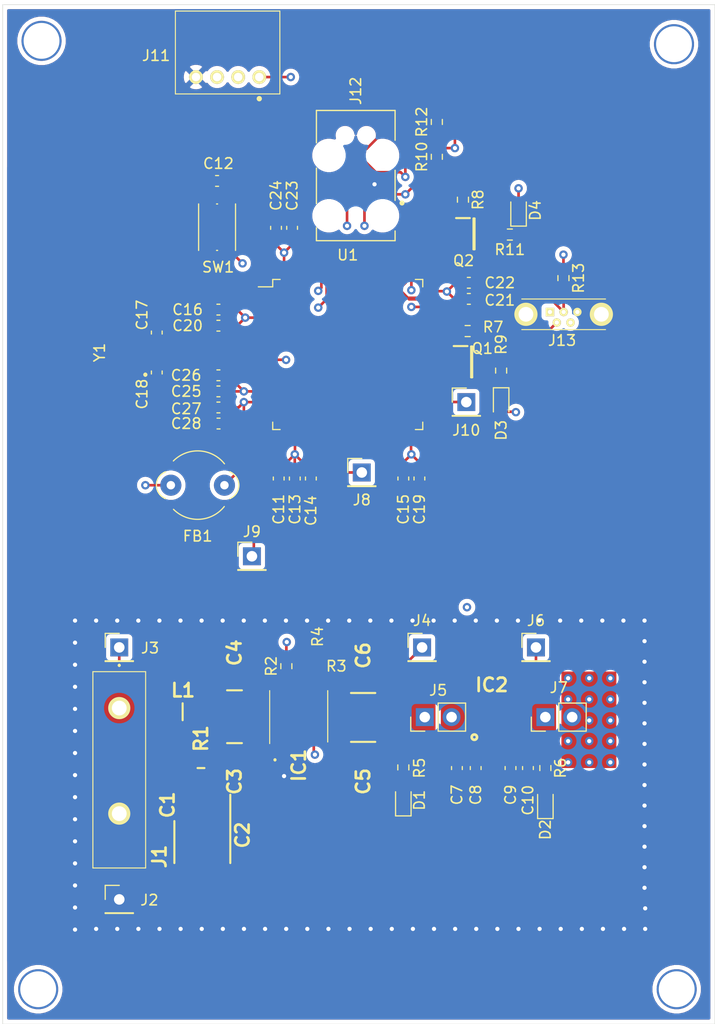
<source format=kicad_pcb>
(kicad_pcb (version 20171130) (host pcbnew "(5.1.10)-1")
  (layers (0 F.Cu mixed) (1 GND mixed) (2 VDD mixed) (31 B.Cu mixed) (34 B.Paste user) (35 F.Paste user) (36 B.SilkS user) (37 F.SilkS user) (38 B.Mask user) (39 F.Mask user) (44 Edge.Cuts user))
  (net 0 "")
  (net 1 GND)
  (net 2 +5V)
  (net 3 +3V3)
  (net 4 /MCU/NRST)
  (net 5 "Net-(D1-Pad2)")
  (net 6 "Net-(D2-Pad2)")
  (net 7 "Net-(D3-Pad1)")
  (net 8 "Net-(D4-Pad1)")
  (net 9 "Net-(C1-Pad1)")
  (net 10 "Net-(IC1-Pad6)")
  (net 11 "Net-(IC1-Pad13)")
  (net 12 "Net-(Q1-Pad1)")
  (net 13 "Net-(Q1-Pad3)")
  (net 14 "Net-(Q2-Pad1)")
  (net 15 "Net-(Q2-Pad3)")
  (net 16 VDD)
  (net 17 "Net-(J8-Pad1)")
  (net 18 "Net-(J9-Pad1)")
  (net 19 "Net-(C2-Pad1)")
  (net 20 "Net-(C3-Pad1)")
  (net 21 "Net-(IC1-Pad9)")
  (net 22 /MCU/VDDA22)
  (net 23 "Net-(J10-Pad1)")
  (net 24 "Net-(C7-Pad1)")
  (net 25 "Net-(C17-Pad2)")
  (net 26 "Net-(C18-Pad1)")
  (net 27 "Net-(J11-Pad1)")
  (net 28 "Net-(J12-Pad4)")
  (net 29 "Net-(J12-Pad2)")
  (net 30 "Net-(J11-Pad2)")
  (net 31 /MCU/USB_P)
  (net 32 /MCU/USB_N)
  (module Capacitor_SMD:C_0603_1608Metric (layer F.Cu) (at 98.171 104.648 270)
    (fp_text reference C19 (at 2.921 0 90) (layer F.SilkS))
    (fp_text value 1u)
    (pad 2 smd roundrect (at 0.775 0 270) (size 0.9 0.95) (layers F.Cu F.Paste F.Mask) (net 1 GND))
    (pad 1 smd roundrect (at -0.775 0 270) (size 0.9 0.95) (layers F.Cu F.Paste F.Mask) (net 16 VDD))
  )
  (module Capacitor_SMD:C_0603_1608Metric (layer F.Cu) (at 96.647 104.648 270)
    (fp_text reference C15 (at 2.921 0 90) (layer F.SilkS))
    (fp_text value 100n)
    (pad 2 smd roundrect (at 0.775 0 270) (size 0.9 0.95) (layers F.Cu F.Paste F.Mask) (net 1 GND))
    (pad 1 smd roundrect (at -0.775 0 270) (size 0.9 0.95) (layers F.Cu F.Paste F.Mask) (net 16 VDD))
  )
  (module SamacSys_Parts:USB3131300230A (layer F.Cu) (at 110.5425 88.8705)
    (fp_text reference J13 (at 1.154 2.6965) (layer F.SilkS))
    (fp_text value USB3131-30-0230-A hide)
    (pad 7 thru_hole circle (at 4.875 0.22 90) (size 2.2 2.2) (drill 1.3946) (layers *.Cu *.Mask F.SilkS) (net 1 GND))
    (pad 6 thru_hole circle (at -2.275 0.22 90) (size 2.2 2.2) (drill 1.3946) (layers *.Cu *.Mask F.SilkS) (net 1 GND))
    (pad 5 thru_hole circle (at 2.6 0 90) (size 0.8 0.8) (drill 0.4) (layers *.Cu *.Mask F.SilkS) (net 1 GND))
    (pad 4 thru_hole circle (at 1.95 1 90) (size 0.8 0.8) (drill 0.4) (layers *.Cu *.Mask F.SilkS))
    (pad 3 thru_hole circle (at 1.3 0 90) (size 0.8 0.8) (drill 0.4) (layers *.Cu *.Mask F.SilkS) (net 31 /MCU/USB_P))
    (pad 2 thru_hole circle (at 0.65 1 90) (size 0.8 0.8) (drill 0.4) (layers *.Cu *.Mask F.SilkS) (net 32 /MCU/USB_N))
    (pad 1 thru_hole rect (at 0 0 90) (size 0.8 0.8) (drill 0.4) (layers *.Cu *.Mask F.SilkS) (net 2 +5V))
  )
  (module SamacSys_Parts:S4BPHKLLFSN (layer F.Cu) (at 82.9945 66.6115)
    (fp_text reference J11 (at -9.779 -2.032) (layer F.SilkS))
    (fp_text value S4B-PH-KL_LF__SN_ hide)
    (pad 4 thru_hole circle (at -6 0 90) (size 1.3 1.3) (drill 0.8) (layers *.Cu *.Mask F.SilkS) (net 1 GND))
    (pad 3 thru_hole circle (at -4 0 90) (size 1.3 1.3) (drill 0.8) (layers *.Cu *.Mask F.SilkS) (net 16 VDD))
    (pad 2 thru_hole circle (at -2 0 90) (size 1.3 1.3) (drill 0.8) (layers *.Cu *.Mask F.SilkS) (net 30 "Net-(J11-Pad2)"))
    (pad 1 thru_hole circle (at 0 0 90) (size 1.3 1.3) (drill 0.8) (layers *.Cu *.Mask F.SilkS) (net 27 "Net-(J11-Pad1)"))
  )
  (module Resistor_SMD:R_0603_1608Metric (layer F.Cu) (at 111.8235 85.6615 270)
    (fp_text reference R13 (at 0 -1.43 90) (layer F.SilkS))
    (fp_text value 1k5)
    (pad 2 smd roundrect (at 0.825 0 270) (size 0.8 0.95) (layers F.Cu F.Paste F.Mask) (net 31 /MCU/USB_P))
    (pad 1 smd roundrect (at -0.825 0 270) (size 0.8 0.95) (layers F.Cu F.Paste F.Mask) (net 16 VDD))
  )
  (module Connector_PinHeader_2.54mm:PinHeader_1x01_P2.54mm_Vertical (layer F.Cu) (at 69.723 144.526)
    (fp_text reference J2 (at 2.8575 0.0635) (layer F.SilkS))
    (fp_text value Conn_01x01)
    (pad 1 thru_hole rect (at 0 0) (size 1.7 1.7) (drill 1) (layers *.Cu *.Mask) (net 1 GND))
  )
  (module Capacitor_SMD:C_0603_1608Metric (layer F.Cu) (at 79.134 99.441 180)
    (fp_text reference C28 (at 3.061 0) (layer F.SilkS))
    (fp_text value 1u)
    (pad 2 smd roundrect (at 0.775 0 180) (size 0.9 0.95) (layers F.Cu F.Paste F.Mask) (net 1 GND))
    (pad 1 smd roundrect (at -0.775 0 180) (size 0.9 0.95) (layers F.Cu F.Paste F.Mask) (net 22 /MCU/VDDA22))
  )
  (module Capacitor_SMD:C_0603_1608Metric (layer F.Cu) (at 79.121 97.917 180)
    (fp_text reference C27 (at 3.048 -0.127) (layer F.SilkS))
    (fp_text value 100n)
    (pad 2 smd roundrect (at 0.775 0 180) (size 0.9 0.95) (layers F.Cu F.Paste F.Mask) (net 1 GND))
    (pad 1 smd roundrect (at -0.775 0 180) (size 0.9 0.95) (layers F.Cu F.Paste F.Mask) (net 22 /MCU/VDDA22))
  )
  (module SamacSys_Parts:CAPC3225X270N (layer F.Cu) (at 92.837 124.968 270)
    (fp_text reference C6 (at -3.556 0 90) (layer F.SilkS) (effects (font (size 1.27 1.27) (thickness 0.254))))
    (fp_text value GRM32EC81C476KE15L hide)
    (pad 2 smd rect (at 1.33 0 270) (size 1.26 2.72) (layers F.Cu F.Paste F.Mask) (net 1 GND))
    (pad 1 smd rect (at -1.33 0 270) (size 1.26 2.72) (layers F.Cu F.Paste F.Mask) (net 2 +5V))
  )
  (module SamacSys_Parts:CAPC3225X270N (layer F.Cu) (at 92.837 129.6 90)
    (fp_text reference C5 (at -3.75 0 90) (layer F.SilkS) (effects (font (size 1.27 1.27) (thickness 0.254))))
    (fp_text value GRM32EC81C476KE15L hide)
    (pad 2 smd rect (at 1.33 0 90) (size 1.26 2.72) (layers F.Cu F.Paste F.Mask) (net 1 GND))
    (pad 1 smd rect (at -1.33 0 90) (size 1.26 2.72) (layers F.Cu F.Paste F.Mask) (net 2 +5V))
  )
  (module SamacSys_Parts:CAPC3216X180N (layer F.Cu) (at 80.645 124.714 270)
    (fp_text reference C4 (at -3.556 0 90) (layer F.SilkS) (effects (font (size 1.27 1.27) (thickness 0.254))))
    (fp_text value C3216X5R1H106K160AB hide)
    (pad 2 smd rect (at 1.6 0 270) (size 0.62 1.82) (layers F.Cu F.Paste F.Mask) (net 1 GND))
    (pad 1 smd rect (at -1.6 0 270) (size 0.62 1.82) (layers F.Cu F.Paste F.Mask) (net 20 "Net-(C3-Pad1)"))
  )
  (module SamacSys_Parts:1286ASH1R0MP2 (layer F.Cu) (at 75.73 126.746)
    (fp_text reference L1 (at 0.038 -2.032) (layer F.SilkS) (effects (font (size 1.27 1.27) (thickness 0.254))))
    (fp_text value DFE201612P-R33M=P2 hide)
    (pad 2 smd rect (at 0.8 0) (size 0.8 1.8) (layers F.Cu F.Paste F.Mask) (net 20 "Net-(C3-Pad1)"))
    (pad 1 smd rect (at -0.8 0) (size 0.8 1.8) (layers F.Cu F.Paste F.Mask) (net 9 "Net-(C1-Pad1)"))
  )
  (module SamacSys_Parts:1701023 (layer F.Cu) (at 69.723 126.398 180)
    (fp_text reference J1 (at -3.81 -14.064 90) (layer F.SilkS) (effects (font (size 1.27 1.27) (thickness 0.254))))
    (fp_text value 1935161 hide)
    (pad 2 thru_hole circle (at 0 -10 270) (size 2.1 2.1) (drill 1.4) (layers *.Cu *.Mask F.SilkS) (net 1 GND))
    (pad 1 thru_hole circle (at 0 0 270) (size 2.1 2.1) (drill 1.4) (layers *.Cu *.Mask F.SilkS) (net 9 "Net-(C1-Pad1)"))
  )
  (module SamacSys_Parts:NX3225SA25000MSTDCSR6 (layer F.Cu) (at 70.396 92.71 90)
    (fp_text reference Y1 (at 0 -2.54 90) (layer F.SilkS))
    (fp_text value NX3225GD-8MHZ-EXS00A-CG04874 hide)
    (pad 4 smd rect (at -1.1 -0.8 180) (size 1.2 1.4) (layers F.Cu F.Paste F.Mask))
    (pad 3 smd rect (at 1.1 -0.8 180) (size 1.2 1.4) (layers F.Cu F.Paste F.Mask))
    (pad 2 smd rect (at 1.1 0.8 180) (size 1.2 1.4) (layers F.Cu F.Paste F.Mask) (net 25 "Net-(C17-Pad2)"))
    (pad 1 smd rect (at -1.1 0.8 180) (size 1.2 1.4) (layers F.Cu F.Paste F.Mask) (net 26 "Net-(C18-Pad1)"))
  )
  (module Package_QFP:LQFP-100_14x14mm_P0.5mm (layer F.Cu) (at 91.379 92.898)
    (fp_text reference U1 (at 0 -9.42) (layer F.SilkS))
    (fp_text value STM32F303VETx)
    (pad 100 smd roundrect (at -6 -7.675) (size 0.3 1.6) (layers F.Cu F.Paste F.Mask) (net 16 VDD))
    (pad 99 smd roundrect (at -5.5 -7.675) (size 0.3 1.6) (layers F.Cu F.Paste F.Mask) (net 1 GND))
    (pad 98 smd roundrect (at -5 -7.675) (size 0.3 1.6) (layers F.Cu F.Paste F.Mask) (net 1 GND))
    (pad 97 smd roundrect (at -4.5 -7.675) (size 0.3 1.6) (layers F.Cu F.Paste F.Mask) (net 1 GND))
    (pad 96 smd roundrect (at -4 -7.675) (size 0.3 1.6) (layers F.Cu F.Paste F.Mask) (net 1 GND))
    (pad 95 smd roundrect (at -3.5 -7.675) (size 0.3 1.6) (layers F.Cu F.Paste F.Mask) (net 1 GND))
    (pad 94 smd roundrect (at -3 -7.675) (size 0.3 1.6) (layers F.Cu F.Paste F.Mask) (net 1 GND))
    (pad 93 smd roundrect (at -2.5 -7.675) (size 0.3 1.6) (layers F.Cu F.Paste F.Mask) (net 27 "Net-(J11-Pad1)"))
    (pad 92 smd roundrect (at -2 -7.675) (size 0.3 1.6) (layers F.Cu F.Paste F.Mask) (net 30 "Net-(J11-Pad2)"))
    (pad 91 smd roundrect (at -1.5 -7.675) (size 0.3 1.6) (layers F.Cu F.Paste F.Mask) (net 1 GND))
    (pad 90 smd roundrect (at -1 -7.675) (size 0.3 1.6) (layers F.Cu F.Paste F.Mask) (net 1 GND))
    (pad 89 smd roundrect (at -0.5 -7.675) (size 0.3 1.6) (layers F.Cu F.Paste F.Mask) (net 1 GND))
    (pad 88 smd roundrect (at 0 -7.675) (size 0.3 1.6) (layers F.Cu F.Paste F.Mask) (net 1 GND))
    (pad 87 smd roundrect (at 0.5 -7.675) (size 0.3 1.6) (layers F.Cu F.Paste F.Mask) (net 1 GND))
    (pad 86 smd roundrect (at 1 -7.675) (size 0.3 1.6) (layers F.Cu F.Paste F.Mask) (net 1 GND))
    (pad 85 smd roundrect (at 1.5 -7.675) (size 0.3 1.6) (layers F.Cu F.Paste F.Mask) (net 1 GND))
    (pad 84 smd roundrect (at 2 -7.675) (size 0.3 1.6) (layers F.Cu F.Paste F.Mask) (net 1 GND))
    (pad 83 smd roundrect (at 2.5 -7.675) (size 0.3 1.6) (layers F.Cu F.Paste F.Mask) (net 1 GND))
    (pad 82 smd roundrect (at 3 -7.675) (size 0.3 1.6) (layers F.Cu F.Paste F.Mask) (net 1 GND))
    (pad 81 smd roundrect (at 3.5 -7.675) (size 0.3 1.6) (layers F.Cu F.Paste F.Mask) (net 1 GND))
    (pad 80 smd roundrect (at 4 -7.675) (size 0.3 1.6) (layers F.Cu F.Paste F.Mask) (net 1 GND))
    (pad 79 smd roundrect (at 4.5 -7.675) (size 0.3 1.6) (layers F.Cu F.Paste F.Mask) (net 1 GND))
    (pad 78 smd roundrect (at 5 -7.675) (size 0.3 1.6) (layers F.Cu F.Paste F.Mask) (net 14 "Net-(Q2-Pad1)"))
    (pad 77 smd roundrect (at 5.5 -7.675) (size 0.3 1.6) (layers F.Cu F.Paste F.Mask) (net 1 GND))
    (pad 76 smd roundrect (at 6 -7.675) (size 0.3 1.6) (layers F.Cu F.Paste F.Mask) (net 28 "Net-(J12-Pad4)"))
    (pad 75 smd roundrect (at 7.675 -6) (size 1.6 0.3) (layers F.Cu F.Paste F.Mask) (net 16 VDD))
    (pad 74 smd roundrect (at 7.675 -5.5) (size 1.6 0.3) (layers F.Cu F.Paste F.Mask) (net 1 GND))
    (pad 73 smd roundrect (at 7.675 -5) (size 1.6 0.3) (layers F.Cu F.Paste F.Mask) (net 1 GND))
    (pad 72 smd roundrect (at 7.675 -4.5) (size 1.6 0.3) (layers F.Cu F.Paste F.Mask) (net 29 "Net-(J12-Pad2)"))
    (pad 71 smd roundrect (at 7.675 -4) (size 1.6 0.3) (layers F.Cu F.Paste F.Mask) (net 31 /MCU/USB_P))
    (pad 70 smd roundrect (at 7.675 -3.5) (size 1.6 0.3) (layers F.Cu F.Paste F.Mask) (net 32 /MCU/USB_N))
    (pad 69 smd roundrect (at 7.675 -3) (size 1.6 0.3) (layers F.Cu F.Paste F.Mask) (net 1 GND))
    (pad 68 smd roundrect (at 7.675 -2.5) (size 1.6 0.3) (layers F.Cu F.Paste F.Mask) (net 1 GND))
    (pad 67 smd roundrect (at 7.675 -2) (size 1.6 0.3) (layers F.Cu F.Paste F.Mask) (net 1 GND))
    (pad 66 smd roundrect (at 7.675 -1.5) (size 1.6 0.3) (layers F.Cu F.Paste F.Mask) (net 12 "Net-(Q1-Pad1)"))
    (pad 65 smd roundrect (at 7.675 -1) (size 1.6 0.3) (layers F.Cu F.Paste F.Mask) (net 1 GND))
    (pad 64 smd roundrect (at 7.675 -0.5) (size 1.6 0.3) (layers F.Cu F.Paste F.Mask) (net 1 GND))
    (pad 63 smd roundrect (at 7.675 0) (size 1.6 0.3) (layers F.Cu F.Paste F.Mask) (net 1 GND))
    (pad 62 smd roundrect (at 7.675 0.5) (size 1.6 0.3) (layers F.Cu F.Paste F.Mask) (net 1 GND))
    (pad 61 smd roundrect (at 7.675 1) (size 1.6 0.3) (layers F.Cu F.Paste F.Mask) (net 1 GND))
    (pad 60 smd roundrect (at 7.675 1.5) (size 1.6 0.3) (layers F.Cu F.Paste F.Mask) (net 1 GND))
    (pad 59 smd roundrect (at 7.675 2) (size 1.6 0.3) (layers F.Cu F.Paste F.Mask) (net 1 GND))
    (pad 58 smd roundrect (at 7.675 2.5) (size 1.6 0.3) (layers F.Cu F.Paste F.Mask) (net 1 GND))
    (pad 57 smd roundrect (at 7.675 3) (size 1.6 0.3) (layers F.Cu F.Paste F.Mask) (net 1 GND))
    (pad 56 smd roundrect (at 7.675 3.5) (size 1.6 0.3) (layers F.Cu F.Paste F.Mask) (net 1 GND))
    (pad 55 smd roundrect (at 7.675 4) (size 1.6 0.3) (layers F.Cu F.Paste F.Mask) (net 1 GND))
    (pad 54 smd roundrect (at 7.675 4.5) (size 1.6 0.3) (layers F.Cu F.Paste F.Mask) (net 23 "Net-(J10-Pad1)"))
    (pad 53 smd roundrect (at 7.675 5) (size 1.6 0.3) (layers F.Cu F.Paste F.Mask) (net 1 GND))
    (pad 52 smd roundrect (at 7.675 5.5) (size 1.6 0.3) (layers F.Cu F.Paste F.Mask) (net 1 GND))
    (pad 51 smd roundrect (at 7.675 6) (size 1.6 0.3) (layers F.Cu F.Paste F.Mask) (net 1 GND))
    (pad 50 smd roundrect (at 6 7.675) (size 0.3 1.6) (layers F.Cu F.Paste F.Mask) (net 16 VDD))
    (pad 49 smd roundrect (at 5.5 7.675) (size 0.3 1.6) (layers F.Cu F.Paste F.Mask) (net 1 GND))
    (pad 48 smd roundrect (at 5 7.675) (size 0.3 1.6) (layers F.Cu F.Paste F.Mask) (net 1 GND))
    (pad 47 smd roundrect (at 4.5 7.675) (size 0.3 1.6) (layers F.Cu F.Paste F.Mask) (net 1 GND))
    (pad 46 smd roundrect (at 4 7.675) (size 0.3 1.6) (layers F.Cu F.Paste F.Mask) (net 1 GND))
    (pad 45 smd roundrect (at 3.5 7.675) (size 0.3 1.6) (layers F.Cu F.Paste F.Mask) (net 1 GND))
    (pad 44 smd roundrect (at 3 7.675) (size 0.3 1.6) (layers F.Cu F.Paste F.Mask) (net 1 GND))
    (pad 43 smd roundrect (at 2.5 7.675) (size 0.3 1.6) (layers F.Cu F.Paste F.Mask) (net 1 GND))
    (pad 42 smd roundrect (at 2 7.675) (size 0.3 1.6) (layers F.Cu F.Paste F.Mask) (net 1 GND))
    (pad 41 smd roundrect (at 1.5 7.675) (size 0.3 1.6) (layers F.Cu F.Paste F.Mask) (net 1 GND))
    (pad 40 smd roundrect (at 1 7.675) (size 0.3 1.6) (layers F.Cu F.Paste F.Mask) (net 1 GND))
    (pad 39 smd roundrect (at 0.5 7.675) (size 0.3 1.6) (layers F.Cu F.Paste F.Mask) (net 1 GND))
    (pad 38 smd roundrect (at 0 7.675) (size 0.3 1.6) (layers F.Cu F.Paste F.Mask) (net 1 GND))
    (pad 37 smd roundrect (at -0.5 7.675) (size 0.3 1.6) (layers F.Cu F.Paste F.Mask) (net 1 GND))
    (pad 36 smd roundrect (at -1 7.675) (size 0.3 1.6) (layers F.Cu F.Paste F.Mask) (net 1 GND))
    (pad 35 smd roundrect (at -1.5 7.675) (size 0.3 1.6) (layers F.Cu F.Paste F.Mask) (net 1 GND))
    (pad 34 smd roundrect (at -2 7.675) (size 0.3 1.6) (layers F.Cu F.Paste F.Mask) (net 1 GND))
    (pad 33 smd roundrect (at -2.5 7.675) (size 0.3 1.6) (layers F.Cu F.Paste F.Mask) (net 1 GND))
    (pad 32 smd roundrect (at -3 7.675) (size 0.3 1.6) (layers F.Cu F.Paste F.Mask) (net 1 GND))
    (pad 31 smd roundrect (at -3.5 7.675) (size 0.3 1.6) (layers F.Cu F.Paste F.Mask) (net 1 GND))
    (pad 30 smd roundrect (at -4 7.675) (size 0.3 1.6) (layers F.Cu F.Paste F.Mask) (net 1 GND))
    (pad 29 smd roundrect (at -4.5 7.675) (size 0.3 1.6) (layers F.Cu F.Paste F.Mask) (net 17 "Net-(J8-Pad1)"))
    (pad 28 smd roundrect (at -5 7.675) (size 0.3 1.6) (layers F.Cu F.Paste F.Mask) (net 16 VDD))
    (pad 27 smd roundrect (at -5.5 7.675) (size 0.3 1.6) (layers F.Cu F.Paste F.Mask) (net 1 GND))
    (pad 26 smd roundrect (at -6 7.675) (size 0.3 1.6) (layers F.Cu F.Paste F.Mask) (net 1 GND))
    (pad 25 smd roundrect (at -7.675 6) (size 1.6 0.3) (layers F.Cu F.Paste F.Mask) (net 1 GND))
    (pad 24 smd roundrect (at -7.675 5.5) (size 1.6 0.3) (layers F.Cu F.Paste F.Mask) (net 1 GND))
    (pad 23 smd roundrect (at -7.675 5) (size 1.6 0.3) (layers F.Cu F.Paste F.Mask) (net 18 "Net-(J9-Pad1)"))
    (pad 22 smd roundrect (at -7.675 4.5) (size 1.6 0.3) (layers F.Cu F.Paste F.Mask) (net 22 /MCU/VDDA22))
    (pad 21 smd roundrect (at -7.675 4) (size 1.6 0.3) (layers F.Cu F.Paste F.Mask) (net 16 VDD))
    (pad 20 smd roundrect (at -7.675 3.5) (size 1.6 0.3) (layers F.Cu F.Paste F.Mask) (net 1 GND))
    (pad 19 smd roundrect (at -7.675 3) (size 1.6 0.3) (layers F.Cu F.Paste F.Mask) (net 1 GND))
    (pad 18 smd roundrect (at -7.675 2.5) (size 1.6 0.3) (layers F.Cu F.Paste F.Mask) (net 1 GND))
    (pad 17 smd roundrect (at -7.675 2) (size 1.6 0.3) (layers F.Cu F.Paste F.Mask) (net 1 GND))
    (pad 16 smd roundrect (at -7.675 1.5) (size 1.6 0.3) (layers F.Cu F.Paste F.Mask) (net 1 GND))
    (pad 15 smd roundrect (at -7.675 1) (size 1.6 0.3) (layers F.Cu F.Paste F.Mask) (net 1 GND))
    (pad 14 smd roundrect (at -7.675 0.5) (size 1.6 0.3) (layers F.Cu F.Paste F.Mask) (net 4 /MCU/NRST))
    (pad 13 smd roundrect (at -7.675 0) (size 1.6 0.3) (layers F.Cu F.Paste F.Mask) (net 26 "Net-(C18-Pad1)"))
    (pad 12 smd roundrect (at -7.675 -0.5) (size 1.6 0.3) (layers F.Cu F.Paste F.Mask) (net 25 "Net-(C17-Pad2)"))
    (pad 11 smd roundrect (at -7.675 -1) (size 1.6 0.3) (layers F.Cu F.Paste F.Mask) (net 1 GND))
    (pad 10 smd roundrect (at -7.675 -1.5) (size 1.6 0.3) (layers F.Cu F.Paste F.Mask) (net 1 GND))
    (pad 9 smd roundrect (at -7.675 -2) (size 1.6 0.3) (layers F.Cu F.Paste F.Mask) (net 1 GND))
    (pad 8 smd roundrect (at -7.675 -2.5) (size 1.6 0.3) (layers F.Cu F.Paste F.Mask) (net 1 GND))
    (pad 7 smd roundrect (at -7.675 -3) (size 1.6 0.3) (layers F.Cu F.Paste F.Mask) (net 1 GND))
    (pad 6 smd roundrect (at -7.675 -3.5) (size 1.6 0.3) (layers F.Cu F.Paste F.Mask) (net 16 VDD))
    (pad 5 smd roundrect (at -7.675 -4) (size 1.6 0.3) (layers F.Cu F.Paste F.Mask) (net 1 GND))
    (pad 4 smd roundrect (at -7.675 -4.5) (size 1.6 0.3) (layers F.Cu F.Paste F.Mask) (net 1 GND))
    (pad 3 smd roundrect (at -7.675 -5) (size 1.6 0.3) (layers F.Cu F.Paste F.Mask) (net 1 GND))
    (pad 2 smd roundrect (at -7.675 -5.5) (size 1.6 0.3) (layers F.Cu F.Paste F.Mask) (net 1 GND))
    (pad 1 smd roundrect (at -7.675 -6) (size 1.6 0.3) (layers F.Cu F.Paste F.Mask) (net 1 GND))
  )
  (module Button_Switch_SMD:SW_Push_1P1T_NO_Vertical_Wuerth_434133025816 (layer F.Cu) (at 78.994 80.8355 90)
    (fp_text reference SW1 (at -3.7846 0.1016 180) (layer F.SilkS))
    (fp_text value SW_Push)
    (pad 2 smd rect (at 2.05 1.075 90) (size 1.05 0.65) (layers F.Cu F.Paste F.Mask) (net 4 /MCU/NRST))
    (pad 1 smd rect (at 2.075 -1.075 90) (size 1.05 0.65) (layers F.Cu F.Paste F.Mask) (net 1 GND))
    (pad 2 smd rect (at -2.075 1.075 90) (size 1.05 0.65) (layers F.Cu F.Paste F.Mask) (net 4 /MCU/NRST))
    (pad 1 smd rect (at -2.075 -1.075 90) (size 1.05 0.65) (layers F.Cu F.Paste F.Mask) (net 1 GND))
  )
  (module Resistor_SMD:R_0603_1608Metric (layer F.Cu) (at 99.822 70.866 90)
    (fp_text reference R12 (at 0 -1.43 90) (layer F.SilkS))
    (fp_text value 10k)
    (pad 2 smd roundrect (at 0.825 0 90) (size 0.8 0.95) (layers F.Cu F.Paste F.Mask) (net 16 VDD))
    (pad 1 smd roundrect (at -0.825 0 90) (size 0.8 0.95) (layers F.Cu F.Paste F.Mask) (net 28 "Net-(J12-Pad4)"))
  )
  (module Resistor_SMD:R_0603_1608Metric (layer F.Cu) (at 106.7435 81.534 180)
    (fp_text reference R11 (at 0 -1.43) (layer F.SilkS))
    (fp_text value 160)
    (pad 2 smd roundrect (at 0.825 0 180) (size 0.8 0.95) (layers F.Cu F.Paste F.Mask) (net 15 "Net-(Q2-Pad3)"))
    (pad 1 smd roundrect (at -0.825 0 180) (size 0.8 0.95) (layers F.Cu F.Paste F.Mask) (net 8 "Net-(D4-Pad1)"))
  )
  (module Resistor_SMD:R_0603_1608Metric (layer F.Cu) (at 99.822 74.168 90)
    (fp_text reference R10 (at 0 -1.43 90) (layer F.SilkS))
    (fp_text value 10k)
    (pad 2 smd roundrect (at 0.825 0 90) (size 0.8 0.95) (layers F.Cu F.Paste F.Mask) (net 16 VDD))
    (pad 1 smd roundrect (at -0.825 0 90) (size 0.8 0.95) (layers F.Cu F.Paste F.Mask) (net 29 "Net-(J12-Pad2)"))
  )
  (module Resistor_SMD:R_0603_1608Metric (layer F.Cu) (at 105.918 94.424 90)
    (fp_text reference R9 (at 2.476 0 90) (layer F.SilkS))
    (fp_text value 30)
    (pad 2 smd roundrect (at 0.825 0 90) (size 0.8 0.95) (layers F.Cu F.Paste F.Mask) (net 13 "Net-(Q1-Pad3)"))
    (pad 1 smd roundrect (at -0.825 0 90) (size 0.8 0.95) (layers F.Cu F.Paste F.Mask) (net 7 "Net-(D3-Pad1)"))
  )
  (module Resistor_SMD:R_0603_1608Metric (layer F.Cu) (at 102.2985 78.232 270)
    (fp_text reference R8 (at 0 -1.43 90) (layer F.SilkS))
    (fp_text value 100k)
    (pad 2 smd roundrect (at 0.825 0 270) (size 0.8 0.95) (layers F.Cu F.Paste F.Mask) (net 14 "Net-(Q2-Pad1)"))
    (pad 1 smd roundrect (at -0.825 0 270) (size 0.8 0.95) (layers F.Cu F.Paste F.Mask) (net 1 GND))
  )
  (module Resistor_SMD:R_0603_1608Metric (layer F.Cu) (at 102.743 90.678 180)
    (fp_text reference R7 (at -2.413 0.381) (layer F.SilkS))
    (fp_text value 100k)
    (pad 2 smd roundrect (at 0.825 0 180) (size 0.8 0.95) (layers F.Cu F.Paste F.Mask) (net 12 "Net-(Q1-Pad1)"))
    (pad 1 smd roundrect (at -0.825 0 180) (size 0.8 0.95) (layers F.Cu F.Paste F.Mask) (net 1 GND))
  )
  (module Resistor_SMD:R_0603_1608Metric (layer F.Cu) (at 110.109 132.08 270)
    (fp_text reference R6 (at 0 -1.43 90) (layer F.SilkS))
    (fp_text value 1k)
    (pad 2 smd roundrect (at 0.825 0 270) (size 0.8 0.95) (layers F.Cu F.Paste F.Mask) (net 6 "Net-(D2-Pad2)"))
    (pad 1 smd roundrect (at -0.825 0 270) (size 0.8 0.95) (layers F.Cu F.Paste F.Mask) (net 3 +3V3))
  )
  (module Resistor_SMD:R_0603_1608Metric (layer F.Cu) (at 96.647 132.017 270)
    (fp_text reference R5 (at 0.063 -1.524 90) (layer F.SilkS))
    (fp_text value 1k)
    (pad 2 smd roundrect (at 0.825 0 270) (size 0.8 0.95) (layers F.Cu F.Paste F.Mask) (net 5 "Net-(D1-Pad2)"))
    (pad 1 smd roundrect (at -0.825 0 270) (size 0.8 0.95) (layers F.Cu F.Paste F.Mask) (net 2 +5V))
  )
  (module SamacSys_Parts:RESC1005X40N (layer F.Cu) (at 88.519 121.92 90)
    (fp_text reference R4 (at 2.286 0 90) (layer F.SilkS))
    (fp_text value CRCW04022K49FKED hide)
    (pad 2 smd rect (at 0.55 0 180) (size 0.6 0.75) (layers F.Cu F.Paste F.Mask) (net 1 GND))
    (pad 1 smd rect (at -0.55 0 180) (size 0.6 0.75) (layers F.Cu F.Paste F.Mask) (net 21 "Net-(IC1-Pad9)"))
  )
  (module SamacSys_Parts:RESC1005X40N (layer F.Cu) (at 88.985 123.698 180)
    (fp_text reference R3 (at -1.312 1.27) (layer F.SilkS))
    (fp_text value CRCW040210K0FKED hide)
    (pad 2 smd rect (at 0.55 0 270) (size 0.6 0.75) (layers F.Cu F.Paste F.Mask) (net 21 "Net-(IC1-Pad9)"))
    (pad 1 smd rect (at -0.55 0 270) (size 0.6 0.75) (layers F.Cu F.Paste F.Mask) (net 2 +5V))
  )
  (module Resistor_SMD:R_0603_1608Metric (layer F.Cu) (at 85.561 122.428 90)
    (fp_text reference R2 (at 0 -1.43 90) (layer F.SilkS))
    (fp_text value 100k)
    (pad 2 smd roundrect (at 0.825 0 90) (size 0.8 0.95) (layers F.Cu F.Paste F.Mask) (net 10 "Net-(IC1-Pad6)"))
    (pad 1 smd roundrect (at -0.825 0 90) (size 0.8 0.95) (layers F.Cu F.Paste F.Mask) (net 11 "Net-(IC1-Pad13)"))
  )
  (module SamacSys_Parts:RESC1608X55N (layer F.Cu) (at 77.47 132.08 270)
    (fp_text reference R1 (at -2.794 0 90) (layer F.SilkS) (effects (font (size 1.27 1.27) (thickness 0.254))))
    (fp_text value ERJ3RSFR10V hide)
    (pad 2 smd rect (at 0.8 0 270) (size 0.9 1) (layers F.Cu F.Paste F.Mask) (net 19 "Net-(C2-Pad1)"))
    (pad 1 smd rect (at -0.8 0 270) (size 0.9 1) (layers F.Cu F.Paste F.Mask) (net 20 "Net-(C3-Pad1)"))
  )
  (module SamacSys_Parts:SOT95P237X112-3N (layer F.Cu) (at 103.3485 81.473)
    (fp_text reference Q2 (at -0.9865 2.5375) (layer F.SilkS))
    (fp_text value SI2374DS-T1-GE3 hide)
    (pad 3 smd rect (at 1.05 0 90) (size 0.6 1.3) (layers F.Cu F.Paste F.Mask) (net 15 "Net-(Q2-Pad3)"))
    (pad 2 smd rect (at -1.05 0.95 90) (size 0.6 1.3) (layers F.Cu F.Paste F.Mask) (net 1 GND))
    (pad 1 smd rect (at -1.05 -0.95 90) (size 0.6 1.3) (layers F.Cu F.Paste F.Mask) (net 14 "Net-(Q2-Pad1)"))
  )
  (module SamacSys_Parts:SOT95P237X112-3N (layer F.Cu) (at 103.124 93.599)
    (fp_text reference Q1 (at 1.016 -1.27) (layer F.SilkS))
    (fp_text value SI2374DS-T1-GE3 hide)
    (pad 3 smd rect (at 1.05 0 90) (size 0.6 1.3) (layers F.Cu F.Paste F.Mask) (net 13 "Net-(Q1-Pad3)"))
    (pad 2 smd rect (at -1.05 0.95 90) (size 0.6 1.3) (layers F.Cu F.Paste F.Mask) (net 1 GND))
    (pad 1 smd rect (at -1.05 -0.95 90) (size 0.6 1.3) (layers F.Cu F.Paste F.Mask) (net 12 "Net-(Q1-Pad1)"))
  )
  (module TC2050-IDC:TAG-CONNECT_TC2050-IDC (layer F.Cu) (at 92.1385 75.946 90)
    (fp_text reference J12 (at 8.0264 0 90) (layer F.SilkS))
    (fp_text value TC2050-IDC)
    (pad 10 smd circle (at -2.54 -0.635 90) (size 0.7874 0.7874) (layers F.Cu F.Mask) (net 4 /MCU/NRST))
    (pad 9 smd circle (at -1.27 -0.635 90) (size 0.7874 0.7874) (layers F.Cu F.Mask))
    (pad 8 smd circle (at 0 -0.635 90) (size 0.7874 0.7874) (layers F.Cu F.Mask))
    (pad 7 smd circle (at 1.27 -0.635 90) (size 0.7874 0.7874) (layers F.Cu F.Mask))
    (pad 6 smd circle (at 2.54 -0.635 90) (size 0.7874 0.7874) (layers F.Cu F.Mask))
    (pad 5 smd circle (at 2.54 0.635 90) (size 0.7874 0.7874) (layers F.Cu F.Mask) (net 1 GND))
    (pad 4 smd circle (at 1.27 0.635 90) (size 0.7874 0.7874) (layers F.Cu F.Mask) (net 28 "Net-(J12-Pad4)"))
    (pad 3 smd circle (at 0 0.635 90) (size 0.7874 0.7874) (layers F.Cu F.Mask) (net 1 GND))
    (pad 2 smd circle (at -1.27 0.635 90) (size 0.7874 0.7874) (layers F.Cu F.Mask) (net 29 "Net-(J12-Pad2)"))
    (pad 1 smd circle (at -2.54 0.635 90) (size 0.7874 0.7874) (layers F.Cu F.Mask) (net 16 VDD))
    (pad None np_thru_hole circle (at 1.905 2.54 90) (size 2.3749 2.3749) (drill 2.3749) (layers *.Cu *.Mask))
    (pad None np_thru_hole circle (at -3.81 2.54 90) (size 2.3749 2.3749) (drill 2.3749) (layers *.Cu *.Mask))
    (pad None np_thru_hole circle (at 1.905 -2.54 90) (size 2.3749 2.3749) (drill 2.3749) (layers *.Cu *.Mask))
    (pad None np_thru_hole circle (at -3.81 -2.54 90) (size 2.3749 2.3749) (drill 2.3749) (layers *.Cu *.Mask))
    (pad None np_thru_hole circle (at 3.81 1.015 90) (size 0.9906 0.9906) (drill 0.9906) (layers *.Cu *.Mask))
    (pad None np_thru_hole circle (at 3.81 -1.015 90) (size 0.9906 0.9906) (drill 0.9906) (layers *.Cu *.Mask))
    (pad None np_thru_hole circle (at -3.81 0 90) (size 0.9906 0.9906) (drill 0.9906) (layers *.Cu *.Mask))
  )
  (module Connector_PinHeader_2.54mm:PinHeader_1x01_P2.54mm_Vertical (layer F.Cu) (at 102.616 97.409)
    (fp_text reference J10 (at 0 2.667) (layer F.SilkS))
    (fp_text value "GPIO_OUT PB15")
    (pad 1 thru_hole rect (at 0 0) (size 1.7 1.7) (drill 1) (layers *.Cu *.Mask) (net 23 "Net-(J10-Pad1)"))
  )
  (module Connector_PinHeader_2.54mm:PinHeader_1x01_P2.54mm_Vertical (layer F.Cu) (at 82.296 112.014)
    (fp_text reference J9 (at 0 -2.33) (layer F.SilkS))
    (fp_text value ADC1_IN1)
    (pad 1 thru_hole rect (at 0 0) (size 1.7 1.7) (drill 1) (layers *.Cu *.Mask) (net 18 "Net-(J9-Pad1)"))
  )
  (module Connector_PinHeader_2.54mm:PinHeader_1x01_P2.54mm_Vertical (layer F.Cu) (at 92.71 104.0765)
    (fp_text reference J8 (at 0 2.6035) (layer F.SilkS))
    (fp_text value DAC1_OUT1)
    (pad 1 thru_hole rect (at 0 0) (size 1.7 1.7) (drill 1) (layers *.Cu *.Mask) (net 17 "Net-(J8-Pad1)"))
  )
  (module Connector_PinHeader_2.54mm:PinHeader_1x02_P2.54mm_Vertical (layer F.Cu) (at 110.109 127.254 90)
    (fp_text reference J7 (at 2.794 1.27 180) (layer F.SilkS))
    (fp_text value Conn_01x02)
    (pad 2 thru_hole oval (at 0 2.54 90) (size 1.7 1.7) (drill 1) (layers *.Cu *.Mask) (net 16 VDD))
    (pad 1 thru_hole rect (at 0 0 90) (size 1.7 1.7) (drill 1) (layers *.Cu *.Mask) (net 3 +3V3))
  )
  (module Connector_PinHeader_2.54mm:PinHeader_1x01_P2.54mm_Vertical (layer F.Cu) (at 109.22 120.65)
    (fp_text reference J6 (at 0 -2.54) (layer F.SilkS))
    (fp_text value Conn_01x01)
    (pad 1 thru_hole rect (at 0 0) (size 1.7 1.7) (drill 1) (layers *.Cu *.Mask) (net 3 +3V3))
  )
  (module Connector_PinHeader_2.54mm:PinHeader_1x02_P2.54mm_Vertical (layer F.Cu) (at 98.679 127.254 90)
    (fp_text reference J5 (at 2.54 1.27 180) (layer F.SilkS))
    (fp_text value Conn_01x02)
    (pad 2 thru_hole oval (at 0 2.54 90) (size 1.7 1.7) (drill 1) (layers *.Cu *.Mask) (net 24 "Net-(C7-Pad1)"))
    (pad 1 thru_hole rect (at 0 0 90) (size 1.7 1.7) (drill 1) (layers *.Cu *.Mask) (net 2 +5V))
  )
  (module Connector_PinHeader_2.54mm:PinHeader_1x01_P2.54mm_Vertical (layer F.Cu) (at 98.425 120.65)
    (fp_text reference J4 (at 0 -2.54) (layer F.SilkS))
    (fp_text value Conn_01x01)
    (pad 1 thru_hole rect (at 0 0) (size 1.7 1.7) (drill 1) (layers *.Cu *.Mask) (net 2 +5V))
  )
  (module Connector_PinHeader_2.54mm:PinHeader_1x01_P2.54mm_Vertical (layer F.Cu) (at 69.723 120.65)
    (fp_text reference J3 (at 2.921 0.0635) (layer F.SilkS))
    (fp_text value Conn_01x01)
    (pad 1 thru_hole rect (at 0 0) (size 1.7 1.7) (drill 1) (layers *.Cu *.Mask) (net 9 "Net-(C1-Pad1)"))
  )
  (module SamacSys_Parts:SON95P300X300X100-7N-D (layer F.Cu) (at 105.029 127.254 90)
    (fp_text reference IC2 (at 3.048 0) (layer F.SilkS) (effects (font (size 1.27 1.27) (thickness 0.254))))
    (fp_text value LD39100PU33R hide)
    (pad 7 smd rect (at 0 0 90) (size 1.75 2.5) (layers F.Cu F.Paste F.Mask) (net 1 GND))
    (pad 6 smd rect (at 1.5 -0.95 180) (size 0.4 0.8) (layers F.Cu F.Paste F.Mask) (net 24 "Net-(C7-Pad1)"))
    (pad 5 smd rect (at 1.5 0 180) (size 0.4 0.8) (layers F.Cu F.Paste F.Mask))
    (pad 4 smd rect (at 1.5 0.95 180) (size 0.4 0.8) (layers F.Cu F.Paste F.Mask) (net 3 +3V3))
    (pad 3 smd rect (at -1.5 0.95 180) (size 0.4 0.8) (layers F.Cu F.Paste F.Mask))
    (pad 2 smd rect (at -1.5 0 180) (size 0.4 0.8) (layers F.Cu F.Paste F.Mask) (net 1 GND))
    (pad 1 smd rect (at -1.5 -0.95 180) (size 0.4 0.8) (layers F.Cu F.Paste F.Mask) (net 24 "Net-(C7-Pad1)"))
  )
  (module SamacSys_Parts:TPSM53604RDAR (layer F.Cu) (at 86.741 129.254 90)
    (fp_text reference IC1 (at -2.572 0 90) (layer F.SilkS) (effects (font (size 1.27 1.27) (thickness 0.254))))
    (fp_text value TPSM53604RDAR hide)
    (pad 17 smd rect (at 2 1.775 180) (size 1.05 1.5) (layers F.Cu F.Paste F.Mask) (net 1 GND))
    (pad 16 smd rect (at 2 -1.775 180) (size 1.05 1.5) (layers F.Cu F.Paste F.Mask) (net 1 GND))
    (pad 15 smd rect (at 2 0 180) (size 2.5 2.5) (layers F.Cu F.Paste F.Mask) (net 1 GND))
    (pad 14 smd rect (at 4 -2.155 180) (size 0.5 1.4) (layers F.Cu F.Paste F.Mask) (net 20 "Net-(C3-Pad1)"))
    (pad 13 smd rect (at 4.35 -1.18 180) (size 0.35 0.7) (layers F.Cu F.Paste F.Mask) (net 11 "Net-(IC1-Pad13)"))
    (pad 12 smd rect (at 4.35 -0.53 180) (size 0.35 0.7) (layers F.Cu F.Paste F.Mask) (net 1 GND))
    (pad 11 smd rect (at 4.35 0.12 180) (size 0.35 0.7) (layers F.Cu F.Paste F.Mask) (net 1 GND))
    (pad 10 smd rect (at 4.35 0.77 180) (size 0.35 0.7) (layers F.Cu F.Paste F.Mask) (net 1 GND))
    (pad 9 smd rect (at 4.35 1.42 180) (size 0.35 0.7) (layers F.Cu F.Paste F.Mask) (net 21 "Net-(IC1-Pad9)"))
    (pad 8 smd rect (at 4 2.145 180) (size 0.5 1.4) (layers F.Cu F.Paste F.Mask) (net 2 +5V))
    (pad 7 smd rect (at 0 2.145 180) (size 0.5 1.4) (layers F.Cu F.Paste F.Mask) (net 2 +5V))
    (pad 6 smd rect (at -0.35 1.42 180) (size 0.35 0.7) (layers F.Cu F.Paste F.Mask) (net 10 "Net-(IC1-Pad6)"))
    (pad 5 smd rect (at -0.35 0.77 180) (size 0.35 0.7) (layers F.Cu F.Paste F.Mask))
    (pad 4 smd rect (at -0.35 0.12 180) (size 0.35 0.7) (layers F.Cu F.Paste F.Mask))
    (pad 3 smd rect (at -0.35 -0.53 180) (size 0.35 0.7) (layers F.Cu F.Paste F.Mask) (net 1 GND))
    (pad 2 smd rect (at -0.35 -1.18 180) (size 0.35 0.7) (layers F.Cu F.Paste F.Mask) (net 20 "Net-(C3-Pad1)"))
    (pad 1 smd rect (at 0 -2.155 180) (size 0.5 1.4) (layers F.Cu F.Paste F.Mask) (net 20 "Net-(C3-Pad1)"))
  )
  (module Ferrite_THT:LairdTech_28C0236-0JW-10 (layer F.Cu) (at 74.6125 105.283)
    (fp_text reference FB1 (at 2.54 4.826) (layer F.SilkS))
    (fp_text value Ferrite_Bead_Small)
    (pad 1 thru_hole circle (at 0 0) (size 2 2) (drill 0.8) (layers *.Cu *.Mask) (net 16 VDD))
    (pad 2 thru_hole circle (at 5.08 0) (size 2 2) (drill 0.8) (layers *.Cu *.Mask) (net 22 /MCU/VDDA22))
  )
  (module LED_SMD:LED_0603_1608Metric (layer F.Cu) (at 107.5685 79.248 90)
    (fp_text reference D4 (at 0 1.588 90) (layer F.SilkS))
    (fp_text value BLUE)
    (pad 2 smd roundrect (at 0.7875 0 90) (size 0.875 0.95) (layers F.Cu F.Paste F.Mask) (net 16 VDD))
    (pad 1 smd roundrect (at -0.7875 0 90) (size 0.875 0.95) (layers F.Cu F.Paste F.Mask) (net 8 "Net-(D4-Pad1)"))
  )
  (module LED_SMD:LED_0603_1608Metric (layer F.Cu) (at 105.918 97.536 270)
    (fp_text reference D3 (at 2.54 0 90) (layer F.SilkS))
    (fp_text value GREEN)
    (pad 2 smd roundrect (at 0.7875 0 270) (size 0.875 0.95) (layers F.Cu F.Paste F.Mask) (net 16 VDD))
    (pad 1 smd roundrect (at -0.7875 0 270) (size 0.875 0.95) (layers F.Cu F.Paste F.Mask) (net 7 "Net-(D3-Pad1)"))
  )
  (module LED_SMD:LED_0603_1608Metric (layer F.Cu) (at 110.109 135.382 90)
    (fp_text reference D2 (at -2.54 0 90) (layer F.SilkS))
    (fp_text value "LED GREEN")
    (pad 2 smd roundrect (at 0.7875 0 90) (size 0.875 0.95) (layers F.Cu F.Paste F.Mask) (net 6 "Net-(D2-Pad2)"))
    (pad 1 smd roundrect (at -0.7875 0 90) (size 0.875 0.95) (layers F.Cu F.Paste F.Mask) (net 1 GND))
  )
  (module LED_SMD:LED_0603_1608Metric (layer F.Cu) (at 96.647 135.128 90)
    (fp_text reference D1 (at 0 1.524 90) (layer F.SilkS))
    (fp_text value "LED GREEN")
    (pad 2 smd roundrect (at 0.7875 0 90) (size 0.875 0.95) (layers F.Cu F.Paste F.Mask) (net 5 "Net-(D1-Pad2)"))
    (pad 1 smd roundrect (at -0.7875 0 90) (size 0.875 0.95) (layers F.Cu F.Paste F.Mask) (net 1 GND))
  )
  (module Capacitor_SMD:C_0603_1608Metric (layer F.Cu) (at 79.121 94.869 180)
    (fp_text reference C26 (at 3.061 0) (layer F.SilkS))
    (fp_text value 1u)
    (pad 2 smd roundrect (at 0.775 0 180) (size 0.9 0.95) (layers F.Cu F.Paste F.Mask) (net 1 GND))
    (pad 1 smd roundrect (at -0.775 0 180) (size 0.9 0.95) (layers F.Cu F.Paste F.Mask) (net 16 VDD))
  )
  (module Capacitor_SMD:C_0603_1608Metric (layer F.Cu) (at 79.121 96.393 180)
    (fp_text reference C25 (at 3.048 0) (layer F.SilkS))
    (fp_text value 100n)
    (pad 2 smd roundrect (at 0.775 0 180) (size 0.9 0.95) (layers F.Cu F.Paste F.Mask) (net 1 GND))
    (pad 1 smd roundrect (at -0.775 0 180) (size 0.9 0.95) (layers F.Cu F.Paste F.Mask) (net 16 VDD))
  )
  (module Capacitor_SMD:C_0603_1608Metric (layer F.Cu) (at 84.582 80.899 90)
    (fp_text reference C24 (at 3.061 0 90) (layer F.SilkS))
    (fp_text value 1u)
    (pad 2 smd roundrect (at 0.775 0 90) (size 0.9 0.95) (layers F.Cu F.Paste F.Mask) (net 1 GND))
    (pad 1 smd roundrect (at -0.775 0 90) (size 0.9 0.95) (layers F.Cu F.Paste F.Mask) (net 16 VDD))
  )
  (module Capacitor_SMD:C_0603_1608Metric (layer F.Cu) (at 86.106 80.899 90)
    (fp_text reference C23 (at 3.048 0 90) (layer F.SilkS))
    (fp_text value 100n)
    (pad 2 smd roundrect (at 0.775 0 90) (size 0.9 0.95) (layers F.Cu F.Paste F.Mask) (net 1 GND))
    (pad 1 smd roundrect (at -0.775 0 90) (size 0.9 0.95) (layers F.Cu F.Paste F.Mask) (net 16 VDD))
  )
  (module Capacitor_SMD:C_0603_1608Metric (layer F.Cu) (at 102.857 86.106)
    (fp_text reference C22 (at 2.934 0) (layer F.SilkS))
    (fp_text value 1u)
    (pad 2 smd roundrect (at 0.775 0) (size 0.9 0.95) (layers F.Cu F.Paste F.Mask) (net 1 GND))
    (pad 1 smd roundrect (at -0.775 0) (size 0.9 0.95) (layers F.Cu F.Paste F.Mask) (net 16 VDD))
  )
  (module Capacitor_SMD:C_0603_1608Metric (layer F.Cu) (at 102.857 87.63)
    (fp_text reference C21 (at 2.934 0.127) (layer F.SilkS))
    (fp_text value 100n)
    (pad 2 smd roundrect (at 0.775 0) (size 0.9 0.95) (layers F.Cu F.Paste F.Mask) (net 1 GND))
    (pad 1 smd roundrect (at -0.775 0) (size 0.9 0.95) (layers F.Cu F.Paste F.Mask) (net 16 VDD))
  )
  (module Capacitor_SMD:C_0603_1608Metric (layer F.Cu) (at 79.121 90.17 180)
    (fp_text reference C20 (at 2.921 0) (layer F.SilkS))
    (fp_text value 1u)
    (pad 2 smd roundrect (at 0.775 0 180) (size 0.9 0.95) (layers F.Cu F.Paste F.Mask) (net 1 GND))
    (pad 1 smd roundrect (at -0.775 0 180) (size 0.9 0.95) (layers F.Cu F.Paste F.Mask) (net 16 VDD))
  )
  (module Capacitor_SMD:C_0603_1608Metric (layer F.Cu) (at 73.279 94.602 270)
    (fp_text reference C18 (at 2.045 1.397 90) (layer F.SilkS))
    (fp_text value 4.3p)
    (pad 2 smd roundrect (at 0.775 0 270) (size 0.9 0.95) (layers F.Cu F.Paste F.Mask) (net 1 GND))
    (pad 1 smd roundrect (at -0.775 0 270) (size 0.9 0.95) (layers F.Cu F.Paste F.Mask) (net 26 "Net-(C18-Pad1)"))
  )
  (module Capacitor_SMD:C_0603_1608Metric (layer F.Cu) (at 73.279 90.818 270)
    (fp_text reference C17 (at -1.664 1.397 90) (layer F.SilkS))
    (fp_text value 4.3p)
    (pad 2 smd roundrect (at 0.775 0 270) (size 0.9 0.95) (layers F.Cu F.Paste F.Mask) (net 25 "Net-(C17-Pad2)"))
    (pad 1 smd roundrect (at -0.775 0 270) (size 0.9 0.95) (layers F.Cu F.Paste F.Mask) (net 1 GND))
  )
  (module Capacitor_SMD:C_0603_1608Metric (layer F.Cu) (at 79.121 88.646 180)
    (fp_text reference C16 (at 2.921 0) (layer F.SilkS))
    (fp_text value 100n)
    (pad 2 smd roundrect (at 0.775 0 180) (size 0.9 0.95) (layers F.Cu F.Paste F.Mask) (net 1 GND))
    (pad 1 smd roundrect (at -0.775 0 180) (size 0.9 0.95) (layers F.Cu F.Paste F.Mask) (net 16 VDD))
  )
  (module Capacitor_SMD:C_0603_1608Metric (layer F.Cu) (at 87.884 104.648 270)
    (fp_text reference C14 (at 3.048 0 90) (layer F.SilkS))
    (fp_text value 4.7u)
    (pad 2 smd roundrect (at 0.775 0 270) (size 0.9 0.95) (layers F.Cu F.Paste F.Mask) (net 1 GND))
    (pad 1 smd roundrect (at -0.775 0 270) (size 0.9 0.95) (layers F.Cu F.Paste F.Mask) (net 16 VDD))
  )
  (module Capacitor_SMD:C_0603_1608Metric (layer F.Cu) (at 86.36 104.648 270)
    (fp_text reference C13 (at 2.921 -0.013 90) (layer F.SilkS))
    (fp_text value 1u)
    (pad 2 smd roundrect (at 0.775 0 270) (size 0.9 0.95) (layers F.Cu F.Paste F.Mask) (net 1 GND))
    (pad 1 smd roundrect (at -0.775 0 270) (size 0.9 0.95) (layers F.Cu F.Paste F.Mask) (net 16 VDD))
  )
  (module Capacitor_SMD:C_0603_1608Metric (layer F.Cu) (at 78.994 76.454 180)
    (fp_text reference C12 (at -0.127 1.651) (layer F.SilkS))
    (fp_text value 100n)
    (pad 2 smd roundrect (at 0.775 0 180) (size 0.9 0.95) (layers F.Cu F.Paste F.Mask) (net 1 GND))
    (pad 1 smd roundrect (at -0.775 0 180) (size 0.9 0.95) (layers F.Cu F.Paste F.Mask) (net 4 /MCU/NRST))
  )
  (module Capacitor_SMD:C_0603_1608Metric (layer F.Cu) (at 84.836 104.648 270)
    (fp_text reference C11 (at 2.921 0 90) (layer F.SilkS))
    (fp_text value 100n)
    (pad 2 smd roundrect (at 0.775 0 270) (size 0.9 0.95) (layers F.Cu F.Paste F.Mask) (net 1 GND))
    (pad 1 smd roundrect (at -0.775 0 270) (size 0.9 0.95) (layers F.Cu F.Paste F.Mask) (net 16 VDD))
  )
  (module Capacitor_SMD:C_0603_1608Metric (layer F.Cu) (at 108.458 132.08 270)
    (fp_text reference C10 (at 3.048 0 90) (layer F.SilkS))
    (fp_text value 100n)
    (pad 2 smd roundrect (at 0.775 0 270) (size 0.9 0.95) (layers F.Cu F.Paste F.Mask) (net 1 GND))
    (pad 1 smd roundrect (at -0.775 0 270) (size 0.9 0.95) (layers F.Cu F.Paste F.Mask) (net 3 +3V3))
  )
  (module Capacitor_SMD:C_0603_1608Metric (layer F.Cu) (at 106.807 132.08 270)
    (fp_text reference C9 (at 2.54 0 90) (layer F.SilkS))
    (fp_text value 1u)
    (pad 2 smd roundrect (at 0.775 0 270) (size 0.9 0.95) (layers F.Cu F.Paste F.Mask) (net 1 GND))
    (pad 1 smd roundrect (at -0.775 0 270) (size 0.9 0.95) (layers F.Cu F.Paste F.Mask) (net 3 +3V3))
  )
  (module Capacitor_SMD:C_0603_1608Metric (layer F.Cu) (at 103.505 132.08 270)
    (fp_text reference C8 (at 2.54 0 90) (layer F.SilkS))
    (fp_text value 100n)
    (pad 2 smd roundrect (at 0.775 0 270) (size 0.9 0.95) (layers F.Cu F.Paste F.Mask) (net 1 GND))
    (pad 1 smd roundrect (at -0.775 0 270) (size 0.9 0.95) (layers F.Cu F.Paste F.Mask) (net 24 "Net-(C7-Pad1)"))
  )
  (module Capacitor_SMD:C_0603_1608Metric (layer F.Cu) (at 101.727 132.08 270)
    (fp_text reference C7 (at 2.54 0 90) (layer F.SilkS))
    (fp_text value 1u)
    (pad 2 smd roundrect (at 0.775 0 270) (size 0.9 0.95) (layers F.Cu F.Paste F.Mask) (net 1 GND))
    (pad 1 smd roundrect (at -0.775 0 270) (size 0.9 0.95) (layers F.Cu F.Paste F.Mask) (net 24 "Net-(C7-Pad1)"))
  )
  (module SamacSys_Parts:CAPC3216X180N (layer F.Cu) (at 80.645 129.718 90)
    (fp_text reference C3 (at -3.632 0 90) (layer F.SilkS) (effects (font (size 1.27 1.27) (thickness 0.254))))
    (fp_text value C3216X5R1H106K160AB hide)
    (pad 2 smd rect (at 1.6 0 90) (size 0.62 1.82) (layers F.Cu F.Paste F.Mask) (net 1 GND))
    (pad 1 smd rect (at -1.6 0 90) (size 0.62 1.82) (layers F.Cu F.Paste F.Mask) (net 20 "Net-(C3-Pad1)"))
  )
  (module SamacSys_Parts:CAPAE530X600N (layer F.Cu) (at 77.597 138.43 270)
    (fp_text reference C2 (at 0 -3.81 90) (layer F.SilkS) (effects (font (size 1.27 1.27) (thickness 0.254))))
    (fp_text value 25SVPF27MX hide)
    (pad 2 smd rect (at 2.2 0) (size 1.85 3.25) (layers F.Cu F.Paste F.Mask) (net 1 GND))
    (pad 1 smd rect (at -2.2 0) (size 1.85 3.25) (layers F.Cu F.Paste F.Mask) (net 19 "Net-(C2-Pad1)"))
  )
  (module SamacSys_Parts:CAPC2012X145N (layer F.Cu) (at 74.295 132.393 270)
    (fp_text reference C1 (at 3.175 0 90) (layer F.SilkS) (effects (font (size 1.27 1.27) (thickness 0.254))))
    (fp_text value GRM21BC71E475KE11L hide)
    (pad 2 smd rect (at 0.83 0 270) (size 0.97 1.47) (layers F.Cu F.Paste F.Mask) (net 1 GND))
    (pad 1 smd rect (at -0.83 0 270) (size 0.97 1.47) (layers F.Cu F.Paste F.Mask) (net 9 "Net-(C1-Pad1)"))
  )
  (gr_line (start 58.674 156.337) (end 58.674 59.7535) (layer Edge.Cuts) (width 0.05))
  (gr_line (start 126.1745 156.337) (end 58.674 156.337) (layer Edge.Cuts) (width 0.05))
  (gr_line (start 126.1745 59.7535) (end 126.1745 156.337) (layer Edge.Cuts) (width 0.05))
  (gr_line (start 58.674 59.7535) (end 126.1745 59.7535) (layer Edge.Cuts) (width 0.05))
  (via (at 62.0395 153.035) (size 3.8) (drill 3.4) (layers F.Cu B.Cu) (net 0))
  (via (at 122.555 153.035) (size 3.8) (drill 3.4) (layers F.Cu B.Cu) (net 0))
  (via (at 122.301 63.5) (size 3.8) (drill 3.4) (layers F.Cu B.Cu) (net 0))
  (via (at 62.357 63.1825) (size 3.8) (drill 3.4) (layers F.Cu B.Cu) (net 0))
  (via (at 93.9165 76.7715) (size 0.8) (drill 0.4) (layers F.Cu B.Cu) (net 1))
  (segment (start 86.211 127.784) (end 86.741 127.254) (width 0.25) (layer F.Cu) (net 1))
  (segment (start 86.211 129.604) (end 86.211 127.784) (width 0.25) (layer F.Cu) (net 1))
  (via (at 85.344 132.842) (size 0.8) (drill 0.4) (layers F.Cu B.Cu) (net 1))
  (segment (start 86.211 131.975) (end 85.344 132.842) (width 0.25) (layer F.Cu) (net 1))
  (segment (start 86.211 129.604) (end 86.211 131.975) (width 0.25) (layer F.Cu) (net 1))
  (via (at 67.531074 118.11) (size 0.8) (drill 0.4) (layers F.Cu B.Cu) (net 1))
  (via (at 69.530148 118.11) (size 0.8) (drill 0.4) (layers F.Cu B.Cu) (net 1))
  (via (at 71.529222 118.11) (size 0.8) (drill 0.4) (layers F.Cu B.Cu) (net 1))
  (via (at 73.528296 118.11) (size 0.8) (drill 0.4) (layers F.Cu B.Cu) (net 1))
  (via (at 75.52737 118.11) (size 0.8) (drill 0.4) (layers F.Cu B.Cu) (net 1))
  (via (at 77.526444 118.11) (size 0.8) (drill 0.4) (layers F.Cu B.Cu) (net 1))
  (via (at 79.525518 118.11) (size 0.8) (drill 0.4) (layers F.Cu B.Cu) (net 1))
  (via (at 81.524592 118.11) (size 0.8) (drill 0.4) (layers F.Cu B.Cu) (net 1))
  (via (at 83.523666 118.11) (size 0.8) (drill 0.4) (layers F.Cu B.Cu) (net 1))
  (via (at 85.52274 118.11) (size 0.8) (drill 0.4) (layers F.Cu B.Cu) (net 1))
  (via (at 87.521814 118.11) (size 0.8) (drill 0.4) (layers F.Cu B.Cu) (net 1))
  (via (at 89.520888 118.11) (size 0.8) (drill 0.4) (layers F.Cu B.Cu) (net 1))
  (via (at 91.519962 118.11) (size 0.8) (drill 0.4) (layers F.Cu B.Cu) (net 1))
  (via (at 93.519036 118.11) (size 0.8) (drill 0.4) (layers F.Cu B.Cu) (net 1))
  (via (at 95.51811 118.11) (size 0.8) (drill 0.4) (layers F.Cu B.Cu) (net 1))
  (via (at 97.517184 118.11) (size 0.8) (drill 0.4) (layers F.Cu B.Cu) (net 1))
  (via (at 99.516258 118.11) (size 0.8) (drill 0.4) (layers F.Cu B.Cu) (net 1))
  (via (at 101.515332 118.11) (size 0.8) (drill 0.4) (layers F.Cu B.Cu) (net 1))
  (via (at 103.514406 118.11) (size 0.8) (drill 0.4) (layers F.Cu B.Cu) (net 1))
  (via (at 105.51348 118.11) (size 0.8) (drill 0.4) (layers F.Cu B.Cu) (net 1))
  (via (at 107.512554 118.11) (size 0.8) (drill 0.4) (layers F.Cu B.Cu) (net 1))
  (via (at 109.511628 118.11) (size 0.8) (drill 0.4) (layers F.Cu B.Cu) (net 1))
  (via (at 111.510702 118.11) (size 0.8) (drill 0.4) (layers F.Cu B.Cu) (net 1))
  (via (at 113.509776 118.11) (size 0.8) (drill 0.4) (layers F.Cu B.Cu) (net 1))
  (via (at 115.50885 118.11) (size 0.8) (drill 0.4) (layers F.Cu B.Cu) (net 1))
  (via (at 67.533425 147.32) (size 0.8) (drill 0.4) (layers F.Cu B.Cu) (net 1))
  (via (at 77.54055 147.32) (size 0.8) (drill 0.4) (layers F.Cu B.Cu) (net 1))
  (via (at 81.5434 147.32) (size 0.8) (drill 0.4) (layers F.Cu B.Cu) (net 1))
  (via (at 87.547675 147.32) (size 0.8) (drill 0.4) (layers F.Cu B.Cu) (net 1))
  (via (at 89.5491 147.32) (size 0.8) (drill 0.4) (layers F.Cu B.Cu) (net 1))
  (via (at 91.550525 147.32) (size 0.8) (drill 0.4) (layers F.Cu B.Cu) (net 1))
  (via (at 95.553375 147.32) (size 0.8) (drill 0.4) (layers F.Cu B.Cu) (net 1))
  (via (at 85.54625 147.32) (size 0.8) (drill 0.4) (layers F.Cu B.Cu) (net 1))
  (via (at 83.544825 147.32) (size 0.8) (drill 0.4) (layers F.Cu B.Cu) (net 1))
  (via (at 69.53485 147.32) (size 0.8) (drill 0.4) (layers F.Cu B.Cu) (net 1))
  (via (at 97.5548 147.32) (size 0.8) (drill 0.4) (layers F.Cu B.Cu) (net 1))
  (via (at 75.539125 147.32) (size 0.8) (drill 0.4) (layers F.Cu B.Cu) (net 1))
  (via (at 99.556225 147.32) (size 0.8) (drill 0.4) (layers F.Cu B.Cu) (net 1))
  (via (at 93.55195 147.32) (size 0.8) (drill 0.4) (layers F.Cu B.Cu) (net 1))
  (via (at 79.541975 147.32) (size 0.8) (drill 0.4) (layers F.Cu B.Cu) (net 1))
  (via (at 71.536275 147.32) (size 0.8) (drill 0.4) (layers F.Cu B.Cu) (net 1))
  (via (at 73.5377 147.32) (size 0.8) (drill 0.4) (layers F.Cu B.Cu) (net 1))
  (via (at 107.561925 147.32) (size 0.8) (drill 0.4) (layers F.Cu B.Cu) (net 1))
  (via (at 109.56335 147.32) (size 0.8) (drill 0.4) (layers F.Cu B.Cu) (net 1))
  (via (at 111.564775 147.32) (size 0.8) (drill 0.4) (layers F.Cu B.Cu) (net 1))
  (via (at 101.55765 147.32) (size 0.8) (drill 0.4) (layers F.Cu B.Cu) (net 1))
  (via (at 105.5605 147.32) (size 0.8) (drill 0.4) (layers F.Cu B.Cu) (net 1))
  (via (at 113.5662 147.32) (size 0.8) (drill 0.4) (layers F.Cu B.Cu) (net 1))
  (via (at 103.559075 147.32) (size 0.8) (drill 0.4) (layers F.Cu B.Cu) (net 1))
  (via (at 115.567625 147.32) (size 0.8) (drill 0.4) (layers F.Cu B.Cu) (net 1))
  (via (at 65.532 145.294846) (size 0.8) (drill 0.4) (layers F.Cu B.Cu) (net 1))
  (via (at 65.532 143.203704) (size 0.8) (drill 0.4) (layers F.Cu B.Cu) (net 1))
  (via (at 65.532 122.292284) (size 0.8) (drill 0.4) (layers F.Cu B.Cu) (net 1))
  (via (at 65.532 134.839136) (size 0.8) (drill 0.4) (layers F.Cu B.Cu) (net 1))
  (via (at 65.532 126.474568) (size 0.8) (drill 0.4) (layers F.Cu B.Cu) (net 1))
  (via (at 65.532 147.386) (size 0.8) (drill 0.4) (layers F.Cu B.Cu) (net 1))
  (via (at 65.532 130.656852) (size 0.8) (drill 0.4) (layers F.Cu B.Cu) (net 1))
  (via (at 65.532 128.56571) (size 0.8) (drill 0.4) (layers F.Cu B.Cu) (net 1))
  (via (at 65.532 132.747994) (size 0.8) (drill 0.4) (layers F.Cu B.Cu) (net 1))
  (via (at 65.532 120.201142) (size 0.8) (drill 0.4) (layers F.Cu B.Cu) (net 1))
  (via (at 65.532 136.930278) (size 0.8) (drill 0.4) (layers F.Cu B.Cu) (net 1))
  (via (at 65.532 141.112562) (size 0.8) (drill 0.4) (layers F.Cu B.Cu) (net 1))
  (via (at 65.532 139.02142) (size 0.8) (drill 0.4) (layers F.Cu B.Cu) (net 1))
  (via (at 65.532 124.383426) (size 0.8) (drill 0.4) (layers F.Cu B.Cu) (net 1))
  (via (at 65.532 118.11) (size 0.8) (drill 0.4) (layers F.Cu B.Cu) (net 1))
  (via (at 119.507 118.11) (size 0.8) (drill 0.4) (layers F.Cu B.Cu) (net 1))
  (via (at 119.507 137.58333) (size 0.8) (drill 0.4) (layers F.Cu B.Cu) (net 1))
  (via (at 119.507 125.899332) (size 0.8) (drill 0.4) (layers F.Cu B.Cu) (net 1))
  (via (at 119.507 141.477996) (size 0.8) (drill 0.4) (layers F.Cu B.Cu) (net 1))
  (via (at 119.507 120.057333) (size 0.8) (drill 0.4) (layers F.Cu B.Cu) (net 1))
  (via (at 119.507 139.530663) (size 0.8) (drill 0.4) (layers F.Cu B.Cu) (net 1))
  (via (at 119.507 122.004666) (size 0.8) (drill 0.4) (layers F.Cu B.Cu) (net 1))
  (via (at 119.507 143.425329) (size 0.8) (drill 0.4) (layers F.Cu B.Cu) (net 1))
  (via (at 119.507 123.951999) (size 0.8) (drill 0.4) (layers F.Cu B.Cu) (net 1))
  (via (at 119.507 135.635997) (size 0.8) (drill 0.4) (layers F.Cu B.Cu) (net 1))
  (via (at 119.507 131.741331) (size 0.8) (drill 0.4) (layers F.Cu B.Cu) (net 1))
  (via (at 119.507 127.846665) (size 0.8) (drill 0.4) (layers F.Cu B.Cu) (net 1))
  (via (at 119.507 129.793998) (size 0.8) (drill 0.4) (layers F.Cu B.Cu) (net 1))
  (via (at 119.507 133.688664) (size 0.8) (drill 0.4) (layers F.Cu B.Cu) (net 1))
  (via (at 117.56905 147.32) (size 0.8) (drill 0.4) (layers F.Cu B.Cu) (net 1))
  (via (at 117.507924 118.11) (size 0.8) (drill 0.4) (layers F.Cu B.Cu) (net 1))
  (via (at 119.5705 145.372662) (size 0.8) (drill 0.4) (layers F.Cu B.Cu) (net 1))
  (segment (start 78.626 97.65) (end 78.626 97.663) (width 0.25) (layer F.Cu) (net 1))
  (via (at 119.5705 147.32) (size 0.8) (drill 0.4) (layers F.Cu B.Cu) (net 1))
  (segment (start 93.166049 73.406) (end 94.817049 71.755) (width 0.25) (layer F.Cu) (net 1))
  (segment (start 92.7735 73.406) (end 93.166049 73.406) (width 0.25) (layer F.Cu) (net 1))
  (segment (start 93.1545 75.946) (end 93.7895 76.581) (width 0.25) (layer F.Cu) (net 1))
  (segment (start 92.7735 75.946) (end 93.1545 75.946) (width 0.25) (layer F.Cu) (net 1))
  (segment (start 96.879 86.088702) (end 96.417202 86.5505) (width 0.25) (layer F.Cu) (net 1))
  (segment (start 96.879 86.088702) (end 96.879 85.223) (width 0.25) (layer F.Cu) (net 1))
  (segment (start 97.198497 87.666999) (end 96.417202 86.885704) (width 0.25) (layer F.Cu) (net 1))
  (segment (start 98.785001 87.666999) (end 97.198497 87.666999) (width 0.25) (layer F.Cu) (net 1))
  (segment (start 99.054 87.398) (end 98.785001 87.666999) (width 0.25) (layer F.Cu) (net 1))
  (segment (start 96.417202 86.885704) (end 96.417202 86.5505) (width 0.25) (layer F.Cu) (net 1))
  (segment (start 97.060999 87.529501) (end 96.417202 86.885704) (width 0.25) (layer F.Cu) (net 1))
  (segment (start 98.677501 87.529501) (end 97.060999 87.529501) (width 0.25) (layer F.Cu) (net 1))
  (segment (start 99.046 87.898) (end 98.677501 87.529501) (width 0.25) (layer F.Cu) (net 1))
  (segment (start 99.054 87.898) (end 99.046 87.898) (width 0.25) (layer F.Cu) (net 1))
  (via (at 102.6795 116.84) (size 0.8) (drill 0.4) (layers F.Cu B.Cu) (net 2))
  (segment (start 95.437 123.638) (end 98.425 120.65) (width 0.25) (layer F.Cu) (net 2))
  (segment (start 92.837 123.638) (end 95.437 123.638) (width 0.25) (layer F.Cu) (net 2))
  (segment (start 109.22 122.513) (end 105.979 125.754) (width 0.25) (layer F.Cu) (net 3))
  (segment (start 109.22 120.65) (end 109.22 122.513) (width 0.25) (layer F.Cu) (net 3))
  (via (at 91.313 80.7085) (size 0.8) (drill 0.4) (layers F.Cu B.Cu) (net 4))
  (via (at 81.407 84.2645) (size 0.8) (drill 0.4) (layers F.Cu B.Cu) (net 4))
  (via (at 85.5345 93.4085) (size 0.8) (drill 0.4) (layers F.Cu B.Cu) (net 4))
  (segment (start 85.524 93.398) (end 85.5345 93.4085) (width 0.25) (layer F.Cu) (net 4))
  (segment (start 83.704 93.398) (end 85.524 93.398) (width 0.25) (layer F.Cu) (net 4))
  (segment (start 79.769 78.4855) (end 80.069 78.7855) (width 0.25) (layer F.Cu) (net 4))
  (segment (start 79.769 76.454) (end 79.769 78.4855) (width 0.25) (layer F.Cu) (net 4))
  (segment (start 80.069 78.7855) (end 80.069 82.9105) (width 0.25) (layer F.Cu) (net 4))
  (segment (start 80.069 82.9265) (end 81.407 84.2645) (width 0.25) (layer F.Cu) (net 4))
  (segment (start 80.069 82.9105) (end 80.069 82.9265) (width 0.25) (layer F.Cu) (net 4))
  (segment (start 91.313 78.6765) (end 91.313 80.7085) (width 0.25) (layer F.Cu) (net 4))
  (segment (start 91.5035 78.486) (end 91.313 78.6765) (width 0.25) (layer F.Cu) (net 4))
  (segment (start 96.647 132.842) (end 96.647 134.3405) (width 0.25) (layer F.Cu) (net 5))
  (segment (start 110.109 132.905) (end 110.109 134.5945) (width 0.25) (layer F.Cu) (net 6))
  (segment (start 105.918 95.249) (end 105.918 96.7485) (width 0.25) (layer F.Cu) (net 7))
  (segment (start 107.5685 80.0355) (end 107.5685 81.534) (width 0.25) (layer F.Cu) (net 8))
  (segment (start 69.723 126.398) (end 69.723 120.65) (width 0.25) (layer F.Cu) (net 9))
  (via (at 85.598 120.142) (size 0.8) (drill 0.4) (layers F.Cu B.Cu) (net 10))
  (via (at 88.265 130.81) (size 0.8) (drill 0.4) (layers F.Cu B.Cu) (net 10))
  (segment (start 88.161 130.706) (end 88.265 130.81) (width 0.25) (layer F.Cu) (net 10))
  (segment (start 88.161 129.604) (end 88.161 130.706) (width 0.25) (layer F.Cu) (net 10))
  (segment (start 85.561 120.179) (end 85.598 120.142) (width 0.25) (layer F.Cu) (net 10))
  (segment (start 85.561 121.603) (end 85.561 120.179) (width 0.25) (layer F.Cu) (net 10))
  (segment (start 85.561 124.904) (end 85.561 123.253) (width 0.25) (layer F.Cu) (net 11))
  (segment (start 101.170702 92.649) (end 102.074 92.649) (width 0.25) (layer F.Cu) (net 12))
  (segment (start 99.919702 91.398) (end 101.170702 92.649) (width 0.25) (layer F.Cu) (net 12))
  (segment (start 99.054 91.398) (end 99.919702 91.398) (width 0.25) (layer F.Cu) (net 12))
  (segment (start 101.918 92.493) (end 102.074 92.649) (width 0.25) (layer F.Cu) (net 12))
  (segment (start 101.918 90.678) (end 101.918 92.493) (width 0.25) (layer F.Cu) (net 12))
  (segment (start 104.174 93.599) (end 105.918 93.599) (width 0.25) (layer F.Cu) (net 13))
  (segment (start 102.2985 79.057) (end 102.2985 80.523) (width 0.25) (layer F.Cu) (net 14))
  (segment (start 96.379 84.357298) (end 96.379 85.223) (width 0.25) (layer F.Cu) (net 14))
  (segment (start 100.213298 80.523) (end 96.379 84.357298) (width 0.25) (layer F.Cu) (net 14))
  (segment (start 102.2985 80.523) (end 100.213298 80.523) (width 0.25) (layer F.Cu) (net 14))
  (segment (start 105.8575 81.473) (end 105.9185 81.534) (width 0.25) (layer F.Cu) (net 15))
  (segment (start 104.3985 81.473) (end 105.8575 81.473) (width 0.25) (layer F.Cu) (net 15))
  (via (at 101.5365 73.3425) (size 0.8) (drill 0.4) (layers F.Cu B.Cu) (net 16))
  (via (at 107.569 77.1525) (size 0.8) (drill 0.4) (layers F.Cu B.Cu) (net 16))
  (via (at 72.1995 105.283) (size 0.8) (drill 0.4) (layers F.Cu B.Cu) (net 16))
  (via (at 107.315 98.3615) (size 0.8) (drill 0.4) (layers F.Cu B.Cu) (net 16))
  (via (at 92.964 80.7085) (size 0.8) (drill 0.4) (layers F.Cu B.Cu) (net 16))
  (via (at 111.8235 83.439) (size 0.8) (drill 0.4) (layers F.Cu B.Cu) (net 16))
  (via (at 81.661 89.408) (size 0.8) (drill 0.4) (layers F.Cu B.Cu) (net 16))
  (via (at 85.344 83.2485) (size 0.8) (drill 0.4) (layers F.Cu B.Cu) (net 16))
  (via (at 100.7745 86.9315) (size 0.8) (drill 0.4) (layers F.Cu B.Cu) (net 16))
  (via (at 97.409 102.362) (size 0.8) (drill 0.4) (layers F.Cu B.Cu) (net 16))
  (via (at 86.36 102.362) (size 0.8) (drill 0.4) (layers F.Cu B.Cu) (net 16))
  (via (at 81.534 96.393) (size 0.8) (drill 0.4) (layers F.Cu B.Cu) (net 16))
  (via (at 112.268 123.571) (size 0.8) (drill 0.4) (layers F.Cu B.Cu) (net 16))
  (via (at 114.268 123.571) (size 0.8) (drill 0.4) (layers F.Cu B.Cu) (net 16))
  (via (at 116.268 123.571) (size 0.8) (drill 0.4) (layers F.Cu B.Cu) (net 16))
  (via (at 112.268 125.571) (size 0.8) (drill 0.4) (layers F.Cu B.Cu) (net 16))
  (via (at 114.268 125.571) (size 0.8) (drill 0.4) (layers F.Cu B.Cu) (net 16))
  (via (at 116.268 125.571) (size 0.8) (drill 0.4) (layers F.Cu B.Cu) (net 16))
  (via (at 114.268 127.571) (size 0.8) (drill 0.4) (layers F.Cu B.Cu) (net 16))
  (via (at 116.268 127.571) (size 0.8) (drill 0.4) (layers F.Cu B.Cu) (net 16))
  (via (at 112.268 129.524) (size 0.8) (drill 0.4) (layers F.Cu B.Cu) (net 16))
  (via (at 114.268 129.524) (size 0.8) (drill 0.4) (layers F.Cu B.Cu) (net 16))
  (via (at 116.268 129.524) (size 0.8) (drill 0.4) (layers F.Cu B.Cu) (net 16))
  (via (at 114.268 131.54) (size 0.8) (drill 0.4) (layers F.Cu B.Cu) (net 16))
  (via (at 116.268 131.54) (size 0.8) (drill 0.4) (layers F.Cu B.Cu) (net 16))
  (via (at 112.268 131.54) (size 0.8) (drill 0.4) (layers F.Cu B.Cu) (net 16))
  (segment (start 79.896 96.393) (end 81.534 96.393) (width 0.25) (layer F.Cu) (net 16))
  (segment (start 80.01 94.869) (end 81.534 96.393) (width 0.25) (layer F.Cu) (net 16))
  (segment (start 79.896 94.869) (end 80.01 94.869) (width 0.25) (layer F.Cu) (net 16))
  (segment (start 82.838298 96.898) (end 83.704 96.898) (width 0.25) (layer F.Cu) (net 16))
  (segment (start 82.333298 96.393) (end 82.838298 96.898) (width 0.25) (layer F.Cu) (net 16))
  (segment (start 81.534 96.393) (end 82.333298 96.393) (width 0.25) (layer F.Cu) (net 16))
  (segment (start 86.36 103.873) (end 86.36 102.362) (width 0.25) (layer F.Cu) (net 16))
  (segment (start 86.379 102.343) (end 86.36 102.362) (width 0.25) (layer F.Cu) (net 16))
  (segment (start 86.379 100.573) (end 86.379 102.343) (width 0.25) (layer F.Cu) (net 16))
  (segment (start 84.849 103.873) (end 86.36 102.362) (width 0.25) (layer F.Cu) (net 16))
  (segment (start 84.836 103.873) (end 84.849 103.873) (width 0.25) (layer F.Cu) (net 16))
  (segment (start 87.871 103.873) (end 86.36 102.362) (width 0.25) (layer F.Cu) (net 16))
  (segment (start 87.884 103.873) (end 87.871 103.873) (width 0.25) (layer F.Cu) (net 16))
  (segment (start 97.379 102.332) (end 97.409 102.362) (width 0.25) (layer F.Cu) (net 16))
  (segment (start 97.379 100.573) (end 97.379 102.332) (width 0.25) (layer F.Cu) (net 16))
  (segment (start 96.647 103.124) (end 97.409 102.362) (width 0.25) (layer F.Cu) (net 16))
  (segment (start 96.647 103.873) (end 96.647 103.124) (width 0.25) (layer F.Cu) (net 16))
  (segment (start 98.171 103.124) (end 97.409 102.362) (width 0.25) (layer F.Cu) (net 16))
  (segment (start 98.171 103.873) (end 98.171 103.124) (width 0.25) (layer F.Cu) (net 16))
  (segment (start 100.741 86.898) (end 100.7745 86.9315) (width 0.25) (layer F.Cu) (net 16))
  (segment (start 99.054 86.898) (end 100.741 86.898) (width 0.25) (layer F.Cu) (net 16))
  (segment (start 101.6 86.106) (end 100.7745 86.9315) (width 0.25) (layer F.Cu) (net 16))
  (segment (start 102.082 86.106) (end 101.6 86.106) (width 0.25) (layer F.Cu) (net 16))
  (segment (start 101.473 87.63) (end 100.7745 86.9315) (width 0.25) (layer F.Cu) (net 16))
  (segment (start 102.082 87.63) (end 101.473 87.63) (width 0.25) (layer F.Cu) (net 16))
  (segment (start 85.344 85.188) (end 85.379 85.223) (width 0.25) (layer F.Cu) (net 16))
  (segment (start 85.344 83.2485) (end 85.344 85.188) (width 0.25) (layer F.Cu) (net 16))
  (segment (start 84.582 82.4865) (end 85.344 83.2485) (width 0.25) (layer F.Cu) (net 16))
  (segment (start 84.582 81.674) (end 84.582 82.4865) (width 0.25) (layer F.Cu) (net 16))
  (segment (start 86.106 82.4865) (end 85.344 83.2485) (width 0.25) (layer F.Cu) (net 16))
  (segment (start 86.106 81.674) (end 86.106 82.4865) (width 0.25) (layer F.Cu) (net 16))
  (segment (start 83.694 89.408) (end 83.704 89.398) (width 0.25) (layer F.Cu) (net 16))
  (segment (start 81.661 89.408) (end 83.694 89.408) (width 0.25) (layer F.Cu) (net 16))
  (segment (start 80.899 88.646) (end 81.661 89.408) (width 0.25) (layer F.Cu) (net 16))
  (segment (start 79.896 88.646) (end 80.899 88.646) (width 0.25) (layer F.Cu) (net 16))
  (segment (start 80.899 90.17) (end 81.661 89.408) (width 0.25) (layer F.Cu) (net 16))
  (segment (start 79.896 90.17) (end 80.899 90.17) (width 0.25) (layer F.Cu) (net 16))
  (segment (start 111.8235 84.8365) (end 111.8235 83.439) (width 0.25) (layer F.Cu) (net 16))
  (segment (start 92.964 78.6765) (end 92.7735 78.486) (width 0.25) (layer F.Cu) (net 16))
  (segment (start 92.964 80.7085) (end 92.964 78.6765) (width 0.25) (layer F.Cu) (net 16))
  (segment (start 107.277 98.3235) (end 107.315 98.3615) (width 0.25) (layer F.Cu) (net 16))
  (segment (start 105.918 98.3235) (end 107.277 98.3235) (width 0.25) (layer F.Cu) (net 16))
  (segment (start 72.1995 105.283) (end 74.6125 105.283) (width 0.25) (layer F.Cu) (net 16))
  (segment (start 107.569 78.46) (end 107.5685 78.4605) (width 0.25) (layer F.Cu) (net 16))
  (segment (start 107.569 77.1525) (end 107.569 78.46) (width 0.25) (layer F.Cu) (net 16))
  (segment (start 101.536 73.343) (end 101.5365 73.3425) (width 0.25) (layer F.Cu) (net 16))
  (segment (start 99.822 73.343) (end 101.536 73.343) (width 0.25) (layer F.Cu) (net 16))
  (segment (start 101.5365 71.7555) (end 101.5365 73.3425) (width 0.25) (layer F.Cu) (net 16))
  (segment (start 99.822 70.041) (end 101.5365 71.7555) (width 0.25) (layer F.Cu) (net 16))
  (segment (start 90.043 104.0765) (end 92.71 104.0765) (width 0.25) (layer F.Cu) (net 17))
  (segment (start 87.884 101.9175) (end 90.043 104.0765) (width 0.25) (layer F.Cu) (net 17))
  (segment (start 86.90399 101.463692) (end 87.357798 101.9175) (width 0.25) (layer F.Cu) (net 17))
  (segment (start 86.90399 100.93749) (end 86.90399 101.463692) (width 0.25) (layer F.Cu) (net 17))
  (segment (start 86.879 100.9125) (end 86.90399 100.93749) (width 0.25) (layer F.Cu) (net 17))
  (segment (start 87.357798 101.9175) (end 87.884 101.9175) (width 0.25) (layer F.Cu) (net 17))
  (segment (start 86.879 100.573) (end 86.879 100.9125) (width 0.25) (layer F.Cu) (net 17))
  (segment (start 82.478001 111.831999) (end 82.296 112.014) (width 0.25) (layer F.Cu) (net 18))
  (segment (start 82.478001 98.258297) (end 82.478001 111.831999) (width 0.25) (layer F.Cu) (net 18))
  (segment (start 82.838298 97.898) (end 82.478001 98.258297) (width 0.25) (layer F.Cu) (net 18))
  (segment (start 83.704 97.898) (end 82.838298 97.898) (width 0.25) (layer F.Cu) (net 18))
  (segment (start 77.47 136.103) (end 77.597 136.23) (width 0.25) (layer F.Cu) (net 19))
  (segment (start 77.47 132.88) (end 77.47 136.103) (width 0.25) (layer F.Cu) (net 19))
  (segment (start 85.211 129.254) (end 85.561 129.604) (width 0.25) (layer F.Cu) (net 20))
  (segment (start 84.586 129.254) (end 85.211 129.254) (width 0.25) (layer F.Cu) (net 20))
  (segment (start 88.161 123.972) (end 88.435 123.698) (width 0.25) (layer F.Cu) (net 21))
  (segment (start 88.161 124.904) (end 88.161 123.972) (width 0.25) (layer F.Cu) (net 21))
  (segment (start 88.519 123.614) (end 88.435 123.698) (width 0.25) (layer F.Cu) (net 21))
  (segment (start 88.519 122.47) (end 88.519 123.614) (width 0.25) (layer F.Cu) (net 21))
  (segment (start 81.026 97.917) (end 81.534 97.409) (width 0.25) (layer F.Cu) (net 22))
  (segment (start 79.896 97.917) (end 81.026 97.917) (width 0.25) (layer F.Cu) (net 22))
  (segment (start 79.909 99.034) (end 81.534 97.409) (width 0.25) (layer F.Cu) (net 22))
  (segment (start 79.909 99.441) (end 79.909 99.034) (width 0.25) (layer F.Cu) (net 22))
  (segment (start 83.693 97.409) (end 83.704 97.398) (width 0.25) (layer F.Cu) (net 22))
  (segment (start 81.534 97.409) (end 81.534 97.409) (width 0.25) (layer F.Cu) (net 22))
  (segment (start 81.534 97.409) (end 83.693 97.409) (width 0.25) (layer F.Cu) (net 22))
  (via (at 81.534 97.409) (size 0.8) (drill 0.4) (layers F.Cu B.Cu) (net 22))
  (segment (start 81.534 103.4415) (end 79.6925 105.283) (width 0.25) (layer F.Cu) (net 22))
  (segment (start 81.534 97.409) (end 81.534 103.4415) (width 0.25) (layer F.Cu) (net 22))
  (segment (start 102.605 97.398) (end 102.616 97.409) (width 0.25) (layer F.Cu) (net 23))
  (segment (start 99.054 97.398) (end 102.605 97.398) (width 0.25) (layer F.Cu) (net 23))
  (segment (start 73.262 91.61) (end 73.279 91.593) (width 0.25) (layer F.Cu) (net 25))
  (segment (start 71.196 91.61) (end 73.262 91.61) (width 0.25) (layer F.Cu) (net 25))
  (segment (start 74.084 92.398) (end 73.279 91.593) (width 0.25) (layer F.Cu) (net 25))
  (segment (start 83.704 92.398) (end 74.084 92.398) (width 0.25) (layer F.Cu) (net 25))
  (segment (start 73.262 93.81) (end 73.279 93.827) (width 0.25) (layer F.Cu) (net 26))
  (segment (start 71.196 93.81) (end 73.262 93.81) (width 0.25) (layer F.Cu) (net 26))
  (segment (start 74.208 92.898) (end 73.279 93.827) (width 0.25) (layer F.Cu) (net 26))
  (segment (start 83.704 92.898) (end 74.208 92.898) (width 0.25) (layer F.Cu) (net 26))
  (via (at 88.5825 86.868) (size 0.8) (drill 0.4) (layers F.Cu B.Cu) (net 27))
  (segment (start 88.879 86.5715) (end 88.5825 86.868) (width 0.25) (layer F.Cu) (net 27))
  (segment (start 88.879 85.223) (end 88.879 86.5715) (width 0.25) (layer F.Cu) (net 27))
  (via (at 85.979 66.6115) (size 0.8) (drill 0.4) (layers F.Cu B.Cu) (net 27))
  (segment (start 82.9945 66.6115) (end 85.979 66.6115) (width 0.25) (layer F.Cu) (net 27))
  (via (at 96.8375 76.073) (size 0.8) (drill 0.4) (layers F.Cu B.Cu) (net 28))
  (via (at 97.409 86.8045) (size 0.8) (drill 0.4) (layers F.Cu B.Cu) (net 28))
  (segment (start 97.409 85.253) (end 97.379 85.223) (width 0.25) (layer F.Cu) (net 28))
  (segment (start 97.409 86.8045) (end 97.409 85.253) (width 0.25) (layer F.Cu) (net 28))
  (segment (start 96.8375 74.6755) (end 96.8375 76.073) (width 0.25) (layer F.Cu) (net 28))
  (segment (start 99.822 71.691) (end 96.8375 74.6755) (width 0.25) (layer F.Cu) (net 28))
  (segment (start 96.393 75.6285) (end 96.8375 76.073) (width 0.25) (layer F.Cu) (net 28))
  (segment (start 93.091 74.676) (end 94.0435 75.6285) (width 0.25) (layer F.Cu) (net 28))
  (segment (start 94.0435 75.6285) (end 96.393 75.6285) (width 0.25) (layer F.Cu) (net 28))
  (segment (start 92.7735 74.676) (end 93.091 74.676) (width 0.25) (layer F.Cu) (net 28))
  (via (at 97.409 88.392) (size 0.8) (drill 0.4) (layers F.Cu B.Cu) (net 29))
  (segment (start 99.048 88.392) (end 99.054 88.398) (width 0.25) (layer F.Cu) (net 29))
  (segment (start 97.409 88.392) (end 99.048 88.392) (width 0.25) (layer F.Cu) (net 29))
  (via (at 96.8375 77.724) (size 0.8) (drill 0.4) (layers F.Cu B.Cu) (net 29))
  (segment (start 99.5685 74.993) (end 96.8375 77.724) (width 0.25) (layer F.Cu) (net 29))
  (segment (start 99.822 74.993) (end 99.5685 74.993) (width 0.25) (layer F.Cu) (net 29))
  (segment (start 93.2815 77.724) (end 96.8375 77.724) (width 0.25) (layer F.Cu) (net 29))
  (segment (start 92.7735 77.216) (end 93.2815 77.724) (width 0.25) (layer F.Cu) (net 29))
  (via (at 88.5825 88.4555) (size 0.8) (drill 0.4) (layers F.Cu B.Cu) (net 30))
  (segment (start 89.379 87.659) (end 88.5825 88.4555) (width 0.25) (layer F.Cu) (net 30))
  (segment (start 89.379 85.223) (end 89.379 87.659) (width 0.25) (layer F.Cu) (net 30))
  (segment (start 110.637499 87.665499) (end 111.8425 88.8705) (width 0.25) (layer F.Cu) (net 31))
  (segment (start 107.583499 87.665499) (end 110.637499 87.665499) (width 0.25) (layer F.Cu) (net 31))
  (segment (start 106.350998 88.898) (end 107.583499 87.665499) (width 0.25) (layer F.Cu) (net 31))
  (segment (start 99.054 88.898) (end 106.350998 88.898) (width 0.25) (layer F.Cu) (net 31))
  (segment (start 111.8425 86.5055) (end 111.8235 86.4865) (width 0.25) (layer F.Cu) (net 31))
  (segment (start 111.8425 88.8705) (end 111.8425 86.5055) (width 0.25) (layer F.Cu) (net 31))
  (segment (start 99.07 89.398) (end 99.08 89.408) (width 0.25) (layer F.Cu) (net 32))
  (segment (start 99.054 89.398) (end 99.07 89.398) (width 0.25) (layer F.Cu) (net 32))
  (segment (start 110.547499 90.515501) (end 111.1925 89.8705) (width 0.25) (layer F.Cu) (net 32))
  (segment (start 107.583499 90.515501) (end 110.547499 90.515501) (width 0.25) (layer F.Cu) (net 32))
  (segment (start 106.465998 89.398) (end 107.583499 90.515501) (width 0.25) (layer F.Cu) (net 32))
  (segment (start 99.054 89.398) (end 106.465998 89.398) (width 0.25) (layer F.Cu) (net 32))
  (zone (net 9) (net_name "Net-(C1-Pad1)") (layer F.Cu) (priority 1) (connect_pads yes (clearance 0.508)) (min_thickness 0.254) (fill yes (arc_segments 32) (thermal_gap 0.508) (thermal_bridge_width 0.508))
    (polygon (pts (xy 75.565 132.08) (xy 67.183 132.08) (xy 67.183 122.428) (xy 75.565 122.428)))
  )
  (zone (net 20) (net_name "Net-(C3-Pad1)") (layer F.Cu) (priority 1) (connect_pads yes (clearance 0.508)) (min_thickness 0.254) (fill yes (arc_segments 32) (thermal_gap 0.508) (thermal_bridge_width 0.508))
    (polygon (pts (xy 85.09 124.46) (xy 85.09 125.984) (xy 82.931 125.984) (xy 81.915 124.968) (xy 78.867 124.968) (xy 78.867 129.54) (xy 81.915 129.54) (xy 82.931 128.524) (xy 85.09 128.524) (xy 85.09 129.032) (xy 85.09 130.175) (xy 81.915 132.08) (xy 79.375 132.08) (xy 76.2 132.08) (xy 76.2 122.428) (xy 81.661 122.428)))
  )
  (zone (net 2) (net_name +5V) (layer F.Cu) (priority 1) (connect_pads yes (clearance 0.4)) (min_thickness 0.254) (fill yes (arc_segments 32) (thermal_gap 0.508) (thermal_bridge_width 0.508))
    (polygon (pts (xy 99.695 132.08) (xy 91.059 132.08) (xy 88.519 130.048) (xy 88.519 128.27) (xy 89.281 128.27) (xy 91.059 129.54) (xy 95.123 129.54) (xy 95.123 124.968) (xy 91.059 124.968) (xy 89.281 125.984) (xy 88.519 125.984) (xy 88.519 124.206) (xy 89.027 124.206) (xy 89.027 123.19) (xy 90.043 123.19) (xy 90.932 122.428) (xy 99.695 122.428)))
  )
  (zone (net 24) (net_name "Net-(C7-Pad1)") (layer F.Cu) (priority 1) (connect_pads yes (clearance 0.508)) (min_thickness 0.254) (fill yes (arc_segments 32) (thermal_gap 0.508) (thermal_bridge_width 0.508))
    (polygon (pts (xy 104.267 126.238) (xy 103.505 126.238) (xy 103.505 128.27) (xy 104.267 128.27) (xy 104.267 130.175) (xy 104.267 132.08) (xy 100.203 132.08) (xy 100.203 122.936) (xy 104.267 122.936)))
  )
  (zone (net 3) (net_name +3V3) (layer F.Cu) (priority 1) (connect_pads yes (clearance 0.508)) (min_thickness 0.254) (fill yes (arc_segments 32) (thermal_gap 0.508) (thermal_bridge_width 0.508))
    (polygon (pts (xy 111.125 132.08) (xy 105.791 132.08) (xy 105.791 128.27) (xy 106.426 128.27) (xy 106.426 127.254) (xy 106.426 126.238) (xy 105.791 126.238) (xy 105.791 122.936) (xy 111.125 122.936)))
  )
  (zone (net 16) (net_name VDD) (layer F.Cu) (priority 1) (connect_pads yes (clearance 0.508)) (min_thickness 0.254) (fill yes (arc_segments 32) (thermal_gap 0.508) (thermal_bridge_width 0.508))
    (polygon (pts (xy 116.84 132.08) (xy 111.633 132.08) (xy 111.633 122.936) (xy 116.84 122.936)))
  )
  (zone (net 1) (net_name GND) (layer B.Cu) (connect_pads yes (clearance 0.4)) (min_thickness 0.254) (fill yes (arc_segments 32) (thermal_gap 0.508) (thermal_bridge_width 0.508))
    (polygon (pts (xy 122.682 150.495) (xy 58.42 150.495) (xy 58.42 75.057) (xy 122.682 75.057)))
  )
  (zone (net 1) (net_name GND) (layer F.Cu) (connect_pads thru_hole_only (clearance 0.4)) (min_thickness 0.254) (fill yes (arc_segments 32) (thermal_gap 0.508) (thermal_bridge_width 0.508))
    (polygon (pts (xy 126.1745 156.337) (xy 58.674 156.337) (xy 58.674 59.7535) (xy 126.1745 59.7535)))
  )
  (zone (net 1) (net_name GND) (layer B.Cu) (connect_pads (clearance 0.4)) (min_thickness 0.254) (fill yes (arc_segments 32) (thermal_gap 0.508) (thermal_bridge_width 0.508))
    (polygon (pts (xy 126.1745 156.337) (xy 58.674 156.337) (xy 58.674 59.7535) (xy 126.1745 59.7535)))
  )
)
</source>
